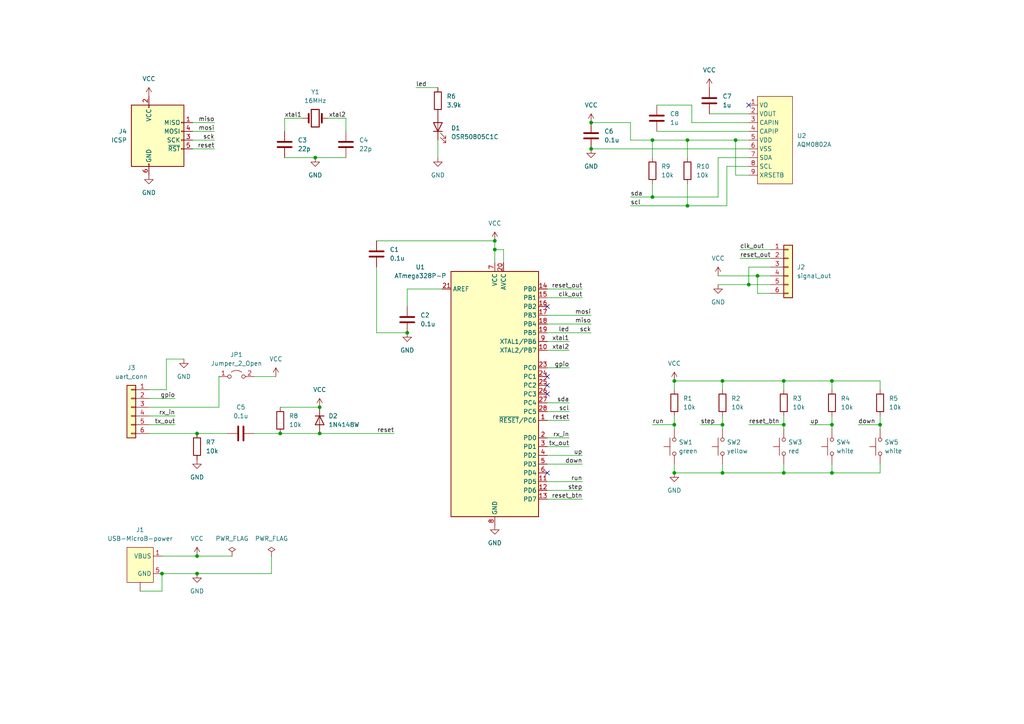
<source format=kicad_sch>
(kicad_sch (version 20211123) (generator eeschema)

  (uuid 93cb07c7-6cc4-4d8f-a96e-e7de33612c9c)

  (paper "A4")

  (lib_symbols
    (symbol "Connector:AVR-ISP-6" (pin_names (offset 1.016)) (in_bom yes) (on_board yes)
      (property "Reference" "J" (id 0) (at -6.35 11.43 0)
        (effects (font (size 1.27 1.27)) (justify left))
      )
      (property "Value" "AVR-ISP-6" (id 1) (at 0 11.43 0)
        (effects (font (size 1.27 1.27)) (justify left))
      )
      (property "Footprint" "" (id 2) (at -6.35 1.27 90)
        (effects (font (size 1.27 1.27)) hide)
      )
      (property "Datasheet" " ~" (id 3) (at -32.385 -13.97 0)
        (effects (font (size 1.27 1.27)) hide)
      )
      (property "ki_keywords" "AVR ISP Connector" (id 4) (at 0 0 0)
        (effects (font (size 1.27 1.27)) hide)
      )
      (property "ki_description" "Atmel 6-pin ISP connector" (id 5) (at 0 0 0)
        (effects (font (size 1.27 1.27)) hide)
      )
      (property "ki_fp_filters" "IDC?Header*2x03* Pin?Header*2x03*" (id 6) (at 0 0 0)
        (effects (font (size 1.27 1.27)) hide)
      )
      (symbol "AVR-ISP-6_0_1"
        (rectangle (start -2.667 -6.858) (end -2.413 -7.62)
          (stroke (width 0) (type default) (color 0 0 0 0))
          (fill (type none))
        )
        (rectangle (start -2.667 10.16) (end -2.413 9.398)
          (stroke (width 0) (type default) (color 0 0 0 0))
          (fill (type none))
        )
        (rectangle (start 7.62 -2.413) (end 6.858 -2.667)
          (stroke (width 0) (type default) (color 0 0 0 0))
          (fill (type none))
        )
        (rectangle (start 7.62 0.127) (end 6.858 -0.127)
          (stroke (width 0) (type default) (color 0 0 0 0))
          (fill (type none))
        )
        (rectangle (start 7.62 2.667) (end 6.858 2.413)
          (stroke (width 0) (type default) (color 0 0 0 0))
          (fill (type none))
        )
        (rectangle (start 7.62 5.207) (end 6.858 4.953)
          (stroke (width 0) (type default) (color 0 0 0 0))
          (fill (type none))
        )
        (rectangle (start 7.62 10.16) (end -7.62 -7.62)
          (stroke (width 0.254) (type default) (color 0 0 0 0))
          (fill (type background))
        )
      )
      (symbol "AVR-ISP-6_1_1"
        (pin passive line (at 10.16 5.08 180) (length 2.54)
          (name "MISO" (effects (font (size 1.27 1.27))))
          (number "1" (effects (font (size 1.27 1.27))))
        )
        (pin passive line (at -2.54 12.7 270) (length 2.54)
          (name "VCC" (effects (font (size 1.27 1.27))))
          (number "2" (effects (font (size 1.27 1.27))))
        )
        (pin passive line (at 10.16 0 180) (length 2.54)
          (name "SCK" (effects (font (size 1.27 1.27))))
          (number "3" (effects (font (size 1.27 1.27))))
        )
        (pin passive line (at 10.16 2.54 180) (length 2.54)
          (name "MOSI" (effects (font (size 1.27 1.27))))
          (number "4" (effects (font (size 1.27 1.27))))
        )
        (pin passive line (at 10.16 -2.54 180) (length 2.54)
          (name "~{RST}" (effects (font (size 1.27 1.27))))
          (number "5" (effects (font (size 1.27 1.27))))
        )
        (pin passive line (at -2.54 -10.16 90) (length 2.54)
          (name "GND" (effects (font (size 1.27 1.27))))
          (number "6" (effects (font (size 1.27 1.27))))
        )
      )
    )
    (symbol "Connector_Generic:Conn_01x06" (pin_names (offset 1.016) hide) (in_bom yes) (on_board yes)
      (property "Reference" "J" (id 0) (at 0 7.62 0)
        (effects (font (size 1.27 1.27)))
      )
      (property "Value" "Conn_01x06" (id 1) (at 0 -10.16 0)
        (effects (font (size 1.27 1.27)))
      )
      (property "Footprint" "" (id 2) (at 0 0 0)
        (effects (font (size 1.27 1.27)) hide)
      )
      (property "Datasheet" "~" (id 3) (at 0 0 0)
        (effects (font (size 1.27 1.27)) hide)
      )
      (property "ki_keywords" "connector" (id 4) (at 0 0 0)
        (effects (font (size 1.27 1.27)) hide)
      )
      (property "ki_description" "Generic connector, single row, 01x06, script generated (kicad-library-utils/schlib/autogen/connector/)" (id 5) (at 0 0 0)
        (effects (font (size 1.27 1.27)) hide)
      )
      (property "ki_fp_filters" "Connector*:*_1x??_*" (id 6) (at 0 0 0)
        (effects (font (size 1.27 1.27)) hide)
      )
      (symbol "Conn_01x06_1_1"
        (rectangle (start -1.27 -7.493) (end 0 -7.747)
          (stroke (width 0.1524) (type default) (color 0 0 0 0))
          (fill (type none))
        )
        (rectangle (start -1.27 -4.953) (end 0 -5.207)
          (stroke (width 0.1524) (type default) (color 0 0 0 0))
          (fill (type none))
        )
        (rectangle (start -1.27 -2.413) (end 0 -2.667)
          (stroke (width 0.1524) (type default) (color 0 0 0 0))
          (fill (type none))
        )
        (rectangle (start -1.27 0.127) (end 0 -0.127)
          (stroke (width 0.1524) (type default) (color 0 0 0 0))
          (fill (type none))
        )
        (rectangle (start -1.27 2.667) (end 0 2.413)
          (stroke (width 0.1524) (type default) (color 0 0 0 0))
          (fill (type none))
        )
        (rectangle (start -1.27 5.207) (end 0 4.953)
          (stroke (width 0.1524) (type default) (color 0 0 0 0))
          (fill (type none))
        )
        (rectangle (start -1.27 6.35) (end 1.27 -8.89)
          (stroke (width 0.254) (type default) (color 0 0 0 0))
          (fill (type background))
        )
        (pin passive line (at -5.08 5.08 0) (length 3.81)
          (name "Pin_1" (effects (font (size 1.27 1.27))))
          (number "1" (effects (font (size 1.27 1.27))))
        )
        (pin passive line (at -5.08 2.54 0) (length 3.81)
          (name "Pin_2" (effects (font (size 1.27 1.27))))
          (number "2" (effects (font (size 1.27 1.27))))
        )
        (pin passive line (at -5.08 0 0) (length 3.81)
          (name "Pin_3" (effects (font (size 1.27 1.27))))
          (number "3" (effects (font (size 1.27 1.27))))
        )
        (pin passive line (at -5.08 -2.54 0) (length 3.81)
          (name "Pin_4" (effects (font (size 1.27 1.27))))
          (number "4" (effects (font (size 1.27 1.27))))
        )
        (pin passive line (at -5.08 -5.08 0) (length 3.81)
          (name "Pin_5" (effects (font (size 1.27 1.27))))
          (number "5" (effects (font (size 1.27 1.27))))
        )
        (pin passive line (at -5.08 -7.62 0) (length 3.81)
          (name "Pin_6" (effects (font (size 1.27 1.27))))
          (number "6" (effects (font (size 1.27 1.27))))
        )
      )
    )
    (symbol "Device:C" (pin_numbers hide) (pin_names (offset 0.254)) (in_bom yes) (on_board yes)
      (property "Reference" "C" (id 0) (at 0.635 2.54 0)
        (effects (font (size 1.27 1.27)) (justify left))
      )
      (property "Value" "C" (id 1) (at 0.635 -2.54 0)
        (effects (font (size 1.27 1.27)) (justify left))
      )
      (property "Footprint" "" (id 2) (at 0.9652 -3.81 0)
        (effects (font (size 1.27 1.27)) hide)
      )
      (property "Datasheet" "~" (id 3) (at 0 0 0)
        (effects (font (size 1.27 1.27)) hide)
      )
      (property "ki_keywords" "cap capacitor" (id 4) (at 0 0 0)
        (effects (font (size 1.27 1.27)) hide)
      )
      (property "ki_description" "Unpolarized capacitor" (id 5) (at 0 0 0)
        (effects (font (size 1.27 1.27)) hide)
      )
      (property "ki_fp_filters" "C_*" (id 6) (at 0 0 0)
        (effects (font (size 1.27 1.27)) hide)
      )
      (symbol "C_0_1"
        (polyline
          (pts
            (xy -2.032 -0.762)
            (xy 2.032 -0.762)
          )
          (stroke (width 0.508) (type default) (color 0 0 0 0))
          (fill (type none))
        )
        (polyline
          (pts
            (xy -2.032 0.762)
            (xy 2.032 0.762)
          )
          (stroke (width 0.508) (type default) (color 0 0 0 0))
          (fill (type none))
        )
      )
      (symbol "C_1_1"
        (pin passive line (at 0 3.81 270) (length 2.794)
          (name "~" (effects (font (size 1.27 1.27))))
          (number "1" (effects (font (size 1.27 1.27))))
        )
        (pin passive line (at 0 -3.81 90) (length 2.794)
          (name "~" (effects (font (size 1.27 1.27))))
          (number "2" (effects (font (size 1.27 1.27))))
        )
      )
    )
    (symbol "Device:Crystal" (pin_numbers hide) (pin_names (offset 1.016) hide) (in_bom yes) (on_board yes)
      (property "Reference" "Y" (id 0) (at 0 3.81 0)
        (effects (font (size 1.27 1.27)))
      )
      (property "Value" "Crystal" (id 1) (at 0 -3.81 0)
        (effects (font (size 1.27 1.27)))
      )
      (property "Footprint" "" (id 2) (at 0 0 0)
        (effects (font (size 1.27 1.27)) hide)
      )
      (property "Datasheet" "~" (id 3) (at 0 0 0)
        (effects (font (size 1.27 1.27)) hide)
      )
      (property "ki_keywords" "quartz ceramic resonator oscillator" (id 4) (at 0 0 0)
        (effects (font (size 1.27 1.27)) hide)
      )
      (property "ki_description" "Two pin crystal" (id 5) (at 0 0 0)
        (effects (font (size 1.27 1.27)) hide)
      )
      (property "ki_fp_filters" "Crystal*" (id 6) (at 0 0 0)
        (effects (font (size 1.27 1.27)) hide)
      )
      (symbol "Crystal_0_1"
        (rectangle (start -1.143 2.54) (end 1.143 -2.54)
          (stroke (width 0.3048) (type default) (color 0 0 0 0))
          (fill (type none))
        )
        (polyline
          (pts
            (xy -2.54 0)
            (xy -1.905 0)
          )
          (stroke (width 0) (type default) (color 0 0 0 0))
          (fill (type none))
        )
        (polyline
          (pts
            (xy -1.905 -1.27)
            (xy -1.905 1.27)
          )
          (stroke (width 0.508) (type default) (color 0 0 0 0))
          (fill (type none))
        )
        (polyline
          (pts
            (xy 1.905 -1.27)
            (xy 1.905 1.27)
          )
          (stroke (width 0.508) (type default) (color 0 0 0 0))
          (fill (type none))
        )
        (polyline
          (pts
            (xy 2.54 0)
            (xy 1.905 0)
          )
          (stroke (width 0) (type default) (color 0 0 0 0))
          (fill (type none))
        )
      )
      (symbol "Crystal_1_1"
        (pin passive line (at -3.81 0 0) (length 1.27)
          (name "1" (effects (font (size 1.27 1.27))))
          (number "1" (effects (font (size 1.27 1.27))))
        )
        (pin passive line (at 3.81 0 180) (length 1.27)
          (name "2" (effects (font (size 1.27 1.27))))
          (number "2" (effects (font (size 1.27 1.27))))
        )
      )
    )
    (symbol "Device:D" (pin_numbers hide) (pin_names (offset 1.016) hide) (in_bom yes) (on_board yes)
      (property "Reference" "D" (id 0) (at 0 2.54 0)
        (effects (font (size 1.27 1.27)))
      )
      (property "Value" "D" (id 1) (at 0 -2.54 0)
        (effects (font (size 1.27 1.27)))
      )
      (property "Footprint" "" (id 2) (at 0 0 0)
        (effects (font (size 1.27 1.27)) hide)
      )
      (property "Datasheet" "~" (id 3) (at 0 0 0)
        (effects (font (size 1.27 1.27)) hide)
      )
      (property "ki_keywords" "diode" (id 4) (at 0 0 0)
        (effects (font (size 1.27 1.27)) hide)
      )
      (property "ki_description" "Diode" (id 5) (at 0 0 0)
        (effects (font (size 1.27 1.27)) hide)
      )
      (property "ki_fp_filters" "TO-???* *_Diode_* *SingleDiode* D_*" (id 6) (at 0 0 0)
        (effects (font (size 1.27 1.27)) hide)
      )
      (symbol "D_0_1"
        (polyline
          (pts
            (xy -1.27 1.27)
            (xy -1.27 -1.27)
          )
          (stroke (width 0.254) (type default) (color 0 0 0 0))
          (fill (type none))
        )
        (polyline
          (pts
            (xy 1.27 0)
            (xy -1.27 0)
          )
          (stroke (width 0) (type default) (color 0 0 0 0))
          (fill (type none))
        )
        (polyline
          (pts
            (xy 1.27 1.27)
            (xy 1.27 -1.27)
            (xy -1.27 0)
            (xy 1.27 1.27)
          )
          (stroke (width 0.254) (type default) (color 0 0 0 0))
          (fill (type none))
        )
      )
      (symbol "D_1_1"
        (pin passive line (at -3.81 0 0) (length 2.54)
          (name "K" (effects (font (size 1.27 1.27))))
          (number "1" (effects (font (size 1.27 1.27))))
        )
        (pin passive line (at 3.81 0 180) (length 2.54)
          (name "A" (effects (font (size 1.27 1.27))))
          (number "2" (effects (font (size 1.27 1.27))))
        )
      )
    )
    (symbol "Device:LED" (pin_numbers hide) (pin_names (offset 1.016) hide) (in_bom yes) (on_board yes)
      (property "Reference" "D" (id 0) (at 0 2.54 0)
        (effects (font (size 1.27 1.27)))
      )
      (property "Value" "LED" (id 1) (at 0 -2.54 0)
        (effects (font (size 1.27 1.27)))
      )
      (property "Footprint" "" (id 2) (at 0 0 0)
        (effects (font (size 1.27 1.27)) hide)
      )
      (property "Datasheet" "~" (id 3) (at 0 0 0)
        (effects (font (size 1.27 1.27)) hide)
      )
      (property "ki_keywords" "LED diode" (id 4) (at 0 0 0)
        (effects (font (size 1.27 1.27)) hide)
      )
      (property "ki_description" "Light emitting diode" (id 5) (at 0 0 0)
        (effects (font (size 1.27 1.27)) hide)
      )
      (property "ki_fp_filters" "LED* LED_SMD:* LED_THT:*" (id 6) (at 0 0 0)
        (effects (font (size 1.27 1.27)) hide)
      )
      (symbol "LED_0_1"
        (polyline
          (pts
            (xy -1.27 -1.27)
            (xy -1.27 1.27)
          )
          (stroke (width 0.254) (type default) (color 0 0 0 0))
          (fill (type none))
        )
        (polyline
          (pts
            (xy -1.27 0)
            (xy 1.27 0)
          )
          (stroke (width 0) (type default) (color 0 0 0 0))
          (fill (type none))
        )
        (polyline
          (pts
            (xy 1.27 -1.27)
            (xy 1.27 1.27)
            (xy -1.27 0)
            (xy 1.27 -1.27)
          )
          (stroke (width 0.254) (type default) (color 0 0 0 0))
          (fill (type none))
        )
        (polyline
          (pts
            (xy -3.048 -0.762)
            (xy -4.572 -2.286)
            (xy -3.81 -2.286)
            (xy -4.572 -2.286)
            (xy -4.572 -1.524)
          )
          (stroke (width 0) (type default) (color 0 0 0 0))
          (fill (type none))
        )
        (polyline
          (pts
            (xy -1.778 -0.762)
            (xy -3.302 -2.286)
            (xy -2.54 -2.286)
            (xy -3.302 -2.286)
            (xy -3.302 -1.524)
          )
          (stroke (width 0) (type default) (color 0 0 0 0))
          (fill (type none))
        )
      )
      (symbol "LED_1_1"
        (pin passive line (at -3.81 0 0) (length 2.54)
          (name "K" (effects (font (size 1.27 1.27))))
          (number "1" (effects (font (size 1.27 1.27))))
        )
        (pin passive line (at 3.81 0 180) (length 2.54)
          (name "A" (effects (font (size 1.27 1.27))))
          (number "2" (effects (font (size 1.27 1.27))))
        )
      )
    )
    (symbol "Device:R" (pin_numbers hide) (pin_names (offset 0)) (in_bom yes) (on_board yes)
      (property "Reference" "R" (id 0) (at 2.032 0 90)
        (effects (font (size 1.27 1.27)))
      )
      (property "Value" "R" (id 1) (at 0 0 90)
        (effects (font (size 1.27 1.27)))
      )
      (property "Footprint" "" (id 2) (at -1.778 0 90)
        (effects (font (size 1.27 1.27)) hide)
      )
      (property "Datasheet" "~" (id 3) (at 0 0 0)
        (effects (font (size 1.27 1.27)) hide)
      )
      (property "ki_keywords" "R res resistor" (id 4) (at 0 0 0)
        (effects (font (size 1.27 1.27)) hide)
      )
      (property "ki_description" "Resistor" (id 5) (at 0 0 0)
        (effects (font (size 1.27 1.27)) hide)
      )
      (property "ki_fp_filters" "R_*" (id 6) (at 0 0 0)
        (effects (font (size 1.27 1.27)) hide)
      )
      (symbol "R_0_1"
        (rectangle (start -1.016 -2.54) (end 1.016 2.54)
          (stroke (width 0.254) (type default) (color 0 0 0 0))
          (fill (type none))
        )
      )
      (symbol "R_1_1"
        (pin passive line (at 0 3.81 270) (length 1.27)
          (name "~" (effects (font (size 1.27 1.27))))
          (number "1" (effects (font (size 1.27 1.27))))
        )
        (pin passive line (at 0 -3.81 90) (length 1.27)
          (name "~" (effects (font (size 1.27 1.27))))
          (number "2" (effects (font (size 1.27 1.27))))
        )
      )
    )
    (symbol "Jumper:Jumper_2_Open" (pin_names (offset 0) hide) (in_bom yes) (on_board yes)
      (property "Reference" "JP" (id 0) (at 0 2.794 0)
        (effects (font (size 1.27 1.27)))
      )
      (property "Value" "Jumper_2_Open" (id 1) (at 0 -2.286 0)
        (effects (font (size 1.27 1.27)))
      )
      (property "Footprint" "" (id 2) (at 0 0 0)
        (effects (font (size 1.27 1.27)) hide)
      )
      (property "Datasheet" "~" (id 3) (at 0 0 0)
        (effects (font (size 1.27 1.27)) hide)
      )
      (property "ki_keywords" "Jumper SPST" (id 4) (at 0 0 0)
        (effects (font (size 1.27 1.27)) hide)
      )
      (property "ki_description" "Jumper, 2-pole, open" (id 5) (at 0 0 0)
        (effects (font (size 1.27 1.27)) hide)
      )
      (property "ki_fp_filters" "Jumper* TestPoint*2Pads* TestPoint*Bridge*" (id 6) (at 0 0 0)
        (effects (font (size 1.27 1.27)) hide)
      )
      (symbol "Jumper_2_Open_0_0"
        (circle (center -2.032 0) (radius 0.508)
          (stroke (width 0) (type default) (color 0 0 0 0))
          (fill (type none))
        )
        (circle (center 2.032 0) (radius 0.508)
          (stroke (width 0) (type default) (color 0 0 0 0))
          (fill (type none))
        )
      )
      (symbol "Jumper_2_Open_0_1"
        (arc (start 1.524 1.27) (mid 0 1.778) (end -1.524 1.27)
          (stroke (width 0) (type default) (color 0 0 0 0))
          (fill (type none))
        )
      )
      (symbol "Jumper_2_Open_1_1"
        (pin passive line (at -5.08 0 0) (length 2.54)
          (name "A" (effects (font (size 1.27 1.27))))
          (number "1" (effects (font (size 1.27 1.27))))
        )
        (pin passive line (at 5.08 0 180) (length 2.54)
          (name "B" (effects (font (size 1.27 1.27))))
          (number "2" (effects (font (size 1.27 1.27))))
        )
      )
    )
    (symbol "MCU_Microchip_ATmega:ATmega328P-P" (in_bom yes) (on_board yes)
      (property "Reference" "U" (id 0) (at -12.7 36.83 0)
        (effects (font (size 1.27 1.27)) (justify left bottom))
      )
      (property "Value" "ATmega328P-P" (id 1) (at 2.54 -36.83 0)
        (effects (font (size 1.27 1.27)) (justify left top))
      )
      (property "Footprint" "Package_DIP:DIP-28_W7.62mm" (id 2) (at 0 0 0)
        (effects (font (size 1.27 1.27) italic) hide)
      )
      (property "Datasheet" "http://ww1.microchip.com/downloads/en/DeviceDoc/ATmega328_P%20AVR%20MCU%20with%20picoPower%20Technology%20Data%20Sheet%2040001984A.pdf" (id 3) (at 0 0 0)
        (effects (font (size 1.27 1.27)) hide)
      )
      (property "ki_keywords" "AVR 8bit Microcontroller MegaAVR PicoPower" (id 4) (at 0 0 0)
        (effects (font (size 1.27 1.27)) hide)
      )
      (property "ki_description" "20MHz, 32kB Flash, 2kB SRAM, 1kB EEPROM, DIP-28" (id 5) (at 0 0 0)
        (effects (font (size 1.27 1.27)) hide)
      )
      (property "ki_fp_filters" "DIP*W7.62mm*" (id 6) (at 0 0 0)
        (effects (font (size 1.27 1.27)) hide)
      )
      (symbol "ATmega328P-P_0_1"
        (rectangle (start -12.7 -35.56) (end 12.7 35.56)
          (stroke (width 0.254) (type default) (color 0 0 0 0))
          (fill (type background))
        )
      )
      (symbol "ATmega328P-P_1_1"
        (pin bidirectional line (at 15.24 -7.62 180) (length 2.54)
          (name "~{RESET}/PC6" (effects (font (size 1.27 1.27))))
          (number "1" (effects (font (size 1.27 1.27))))
        )
        (pin bidirectional line (at 15.24 12.7 180) (length 2.54)
          (name "XTAL2/PB7" (effects (font (size 1.27 1.27))))
          (number "10" (effects (font (size 1.27 1.27))))
        )
        (pin bidirectional line (at 15.24 -25.4 180) (length 2.54)
          (name "PD5" (effects (font (size 1.27 1.27))))
          (number "11" (effects (font (size 1.27 1.27))))
        )
        (pin bidirectional line (at 15.24 -27.94 180) (length 2.54)
          (name "PD6" (effects (font (size 1.27 1.27))))
          (number "12" (effects (font (size 1.27 1.27))))
        )
        (pin bidirectional line (at 15.24 -30.48 180) (length 2.54)
          (name "PD7" (effects (font (size 1.27 1.27))))
          (number "13" (effects (font (size 1.27 1.27))))
        )
        (pin bidirectional line (at 15.24 30.48 180) (length 2.54)
          (name "PB0" (effects (font (size 1.27 1.27))))
          (number "14" (effects (font (size 1.27 1.27))))
        )
        (pin bidirectional line (at 15.24 27.94 180) (length 2.54)
          (name "PB1" (effects (font (size 1.27 1.27))))
          (number "15" (effects (font (size 1.27 1.27))))
        )
        (pin bidirectional line (at 15.24 25.4 180) (length 2.54)
          (name "PB2" (effects (font (size 1.27 1.27))))
          (number "16" (effects (font (size 1.27 1.27))))
        )
        (pin bidirectional line (at 15.24 22.86 180) (length 2.54)
          (name "PB3" (effects (font (size 1.27 1.27))))
          (number "17" (effects (font (size 1.27 1.27))))
        )
        (pin bidirectional line (at 15.24 20.32 180) (length 2.54)
          (name "PB4" (effects (font (size 1.27 1.27))))
          (number "18" (effects (font (size 1.27 1.27))))
        )
        (pin bidirectional line (at 15.24 17.78 180) (length 2.54)
          (name "PB5" (effects (font (size 1.27 1.27))))
          (number "19" (effects (font (size 1.27 1.27))))
        )
        (pin bidirectional line (at 15.24 -12.7 180) (length 2.54)
          (name "PD0" (effects (font (size 1.27 1.27))))
          (number "2" (effects (font (size 1.27 1.27))))
        )
        (pin power_in line (at 2.54 38.1 270) (length 2.54)
          (name "AVCC" (effects (font (size 1.27 1.27))))
          (number "20" (effects (font (size 1.27 1.27))))
        )
        (pin passive line (at -15.24 30.48 0) (length 2.54)
          (name "AREF" (effects (font (size 1.27 1.27))))
          (number "21" (effects (font (size 1.27 1.27))))
        )
        (pin passive line (at 0 -38.1 90) (length 2.54) hide
          (name "GND" (effects (font (size 1.27 1.27))))
          (number "22" (effects (font (size 1.27 1.27))))
        )
        (pin bidirectional line (at 15.24 7.62 180) (length 2.54)
          (name "PC0" (effects (font (size 1.27 1.27))))
          (number "23" (effects (font (size 1.27 1.27))))
        )
        (pin bidirectional line (at 15.24 5.08 180) (length 2.54)
          (name "PC1" (effects (font (size 1.27 1.27))))
          (number "24" (effects (font (size 1.27 1.27))))
        )
        (pin bidirectional line (at 15.24 2.54 180) (length 2.54)
          (name "PC2" (effects (font (size 1.27 1.27))))
          (number "25" (effects (font (size 1.27 1.27))))
        )
        (pin bidirectional line (at 15.24 0 180) (length 2.54)
          (name "PC3" (effects (font (size 1.27 1.27))))
          (number "26" (effects (font (size 1.27 1.27))))
        )
        (pin bidirectional line (at 15.24 -2.54 180) (length 2.54)
          (name "PC4" (effects (font (size 1.27 1.27))))
          (number "27" (effects (font (size 1.27 1.27))))
        )
        (pin bidirectional line (at 15.24 -5.08 180) (length 2.54)
          (name "PC5" (effects (font (size 1.27 1.27))))
          (number "28" (effects (font (size 1.27 1.27))))
        )
        (pin bidirectional line (at 15.24 -15.24 180) (length 2.54)
          (name "PD1" (effects (font (size 1.27 1.27))))
          (number "3" (effects (font (size 1.27 1.27))))
        )
        (pin bidirectional line (at 15.24 -17.78 180) (length 2.54)
          (name "PD2" (effects (font (size 1.27 1.27))))
          (number "4" (effects (font (size 1.27 1.27))))
        )
        (pin bidirectional line (at 15.24 -20.32 180) (length 2.54)
          (name "PD3" (effects (font (size 1.27 1.27))))
          (number "5" (effects (font (size 1.27 1.27))))
        )
        (pin bidirectional line (at 15.24 -22.86 180) (length 2.54)
          (name "PD4" (effects (font (size 1.27 1.27))))
          (number "6" (effects (font (size 1.27 1.27))))
        )
        (pin power_in line (at 0 38.1 270) (length 2.54)
          (name "VCC" (effects (font (size 1.27 1.27))))
          (number "7" (effects (font (size 1.27 1.27))))
        )
        (pin power_in line (at 0 -38.1 90) (length 2.54)
          (name "GND" (effects (font (size 1.27 1.27))))
          (number "8" (effects (font (size 1.27 1.27))))
        )
        (pin bidirectional line (at 15.24 15.24 180) (length 2.54)
          (name "XTAL1/PB6" (effects (font (size 1.27 1.27))))
          (number "9" (effects (font (size 1.27 1.27))))
        )
      )
    )
    (symbol "PrjLibrary:AQM0802A" (in_bom yes) (on_board yes)
      (property "Reference" "U" (id 0) (at 0 13.97 0)
        (effects (font (size 1.27 1.27)))
      )
      (property "Value" "AQM0802A" (id 1) (at 0 -13.97 0)
        (effects (font (size 1.27 1.27)))
      )
      (property "Footprint" "" (id 2) (at 0 0 0)
        (effects (font (size 1.27 1.27)) hide)
      )
      (property "Datasheet" "" (id 3) (at 0 0 0)
        (effects (font (size 1.27 1.27)) hide)
      )
      (symbol "AQM0802A_0_1"
        (rectangle (start -5.08 12.7) (end 5.08 -12.7)
          (stroke (width 0) (type default) (color 0 0 0 0))
          (fill (type background))
        )
      )
      (symbol "AQM0802A_1_1"
        (pin passive line (at -7.62 10.16 0) (length 2.54)
          (name "VO" (effects (font (size 1.27 1.27))))
          (number "1" (effects (font (size 1.27 1.27))))
        )
        (pin passive line (at -7.62 7.62 0) (length 2.54)
          (name "VOUT" (effects (font (size 1.27 1.27))))
          (number "2" (effects (font (size 1.27 1.27))))
        )
        (pin passive line (at -7.62 5.08 0) (length 2.54)
          (name "CAPIN" (effects (font (size 1.27 1.27))))
          (number "3" (effects (font (size 1.27 1.27))))
        )
        (pin passive line (at -7.62 2.54 0) (length 2.54)
          (name "CAPIP" (effects (font (size 1.27 1.27))))
          (number "4" (effects (font (size 1.27 1.27))))
        )
        (pin power_in line (at -7.62 0 0) (length 2.54)
          (name "VDD" (effects (font (size 1.27 1.27))))
          (number "5" (effects (font (size 1.27 1.27))))
        )
        (pin power_in line (at -7.62 -2.54 0) (length 2.54)
          (name "VSS" (effects (font (size 1.27 1.27))))
          (number "6" (effects (font (size 1.27 1.27))))
        )
        (pin input line (at -7.62 -5.08 0) (length 2.54)
          (name "SDA" (effects (font (size 1.27 1.27))))
          (number "7" (effects (font (size 1.27 1.27))))
        )
        (pin input line (at -7.62 -7.62 0) (length 2.54)
          (name "SCL" (effects (font (size 1.27 1.27))))
          (number "8" (effects (font (size 1.27 1.27))))
        )
        (pin input line (at -7.62 -10.16 0) (length 2.54)
          (name "XRSETB" (effects (font (size 1.27 1.27))))
          (number "9" (effects (font (size 1.27 1.27))))
        )
      )
    )
    (symbol "PrjLibrary:USB-MicroB-power" (in_bom yes) (on_board yes)
      (property "Reference" "J" (id 0) (at 0 8.89 0)
        (effects (font (size 1.27 1.27)))
      )
      (property "Value" "USB-MicroB-power" (id 1) (at 0 6.35 0)
        (effects (font (size 1.27 1.27)))
      )
      (property "Footprint" "" (id 2) (at 0 0 0)
        (effects (font (size 1.27 1.27)) hide)
      )
      (property "Datasheet" "" (id 3) (at 0 0 0)
        (effects (font (size 1.27 1.27)) hide)
      )
      (symbol "USB-MicroB-power_0_1"
        (rectangle (start -3.81 5.08) (end 3.81 -5.08)
          (stroke (width 0) (type default) (color 0 0 0 0))
          (fill (type background))
        )
      )
      (symbol "USB-MicroB-power_1_1"
        (pin passive line (at 6.35 2.54 180) (length 2.54)
          (name "VBUS" (effects (font (size 1.27 1.27))))
          (number "1" (effects (font (size 1.27 1.27))))
        )
        (pin passive line (at 6.35 -2.54 180) (length 2.54)
          (name "GND" (effects (font (size 1.27 1.27))))
          (number "5" (effects (font (size 1.27 1.27))))
        )
        (pin passive line (at 0 -7.62 90) (length 2.54)
          (name "SHIELD" (effects (font (size 0 0))))
          (number "6" (effects (font (size 0 0))))
        )
      )
    )
    (symbol "Switch:SW_Push" (pin_numbers hide) (pin_names (offset 1.016) hide) (in_bom yes) (on_board yes)
      (property "Reference" "SW" (id 0) (at 1.27 2.54 0)
        (effects (font (size 1.27 1.27)) (justify left))
      )
      (property "Value" "SW_Push" (id 1) (at 0 -1.524 0)
        (effects (font (size 1.27 1.27)))
      )
      (property "Footprint" "" (id 2) (at 0 5.08 0)
        (effects (font (size 1.27 1.27)) hide)
      )
      (property "Datasheet" "~" (id 3) (at 0 5.08 0)
        (effects (font (size 1.27 1.27)) hide)
      )
      (property "ki_keywords" "switch normally-open pushbutton push-button" (id 4) (at 0 0 0)
        (effects (font (size 1.27 1.27)) hide)
      )
      (property "ki_description" "Push button switch, generic, two pins" (id 5) (at 0 0 0)
        (effects (font (size 1.27 1.27)) hide)
      )
      (symbol "SW_Push_0_1"
        (circle (center -2.032 0) (radius 0.508)
          (stroke (width 0) (type default) (color 0 0 0 0))
          (fill (type none))
        )
        (polyline
          (pts
            (xy 0 1.27)
            (xy 0 3.048)
          )
          (stroke (width 0) (type default) (color 0 0 0 0))
          (fill (type none))
        )
        (polyline
          (pts
            (xy 2.54 1.27)
            (xy -2.54 1.27)
          )
          (stroke (width 0) (type default) (color 0 0 0 0))
          (fill (type none))
        )
        (circle (center 2.032 0) (radius 0.508)
          (stroke (width 0) (type default) (color 0 0 0 0))
          (fill (type none))
        )
        (pin passive line (at -5.08 0 0) (length 2.54)
          (name "1" (effects (font (size 1.27 1.27))))
          (number "1" (effects (font (size 1.27 1.27))))
        )
        (pin passive line (at 5.08 0 180) (length 2.54)
          (name "2" (effects (font (size 1.27 1.27))))
          (number "2" (effects (font (size 1.27 1.27))))
        )
      )
    )
    (symbol "power:GND" (power) (pin_names (offset 0)) (in_bom yes) (on_board yes)
      (property "Reference" "#PWR" (id 0) (at 0 -6.35 0)
        (effects (font (size 1.27 1.27)) hide)
      )
      (property "Value" "GND" (id 1) (at 0 -3.81 0)
        (effects (font (size 1.27 1.27)))
      )
      (property "Footprint" "" (id 2) (at 0 0 0)
        (effects (font (size 1.27 1.27)) hide)
      )
      (property "Datasheet" "" (id 3) (at 0 0 0)
        (effects (font (size 1.27 1.27)) hide)
      )
      (property "ki_keywords" "power-flag" (id 4) (at 0 0 0)
        (effects (font (size 1.27 1.27)) hide)
      )
      (property "ki_description" "Power symbol creates a global label with name \"GND\" , ground" (id 5) (at 0 0 0)
        (effects (font (size 1.27 1.27)) hide)
      )
      (symbol "GND_0_1"
        (polyline
          (pts
            (xy 0 0)
            (xy 0 -1.27)
            (xy 1.27 -1.27)
            (xy 0 -2.54)
            (xy -1.27 -1.27)
            (xy 0 -1.27)
          )
          (stroke (width 0) (type default) (color 0 0 0 0))
          (fill (type none))
        )
      )
      (symbol "GND_1_1"
        (pin power_in line (at 0 0 270) (length 0) hide
          (name "GND" (effects (font (size 1.27 1.27))))
          (number "1" (effects (font (size 1.27 1.27))))
        )
      )
    )
    (symbol "power:PWR_FLAG" (power) (pin_numbers hide) (pin_names (offset 0) hide) (in_bom yes) (on_board yes)
      (property "Reference" "#FLG" (id 0) (at 0 1.905 0)
        (effects (font (size 1.27 1.27)) hide)
      )
      (property "Value" "PWR_FLAG" (id 1) (at 0 3.81 0)
        (effects (font (size 1.27 1.27)))
      )
      (property "Footprint" "" (id 2) (at 0 0 0)
        (effects (font (size 1.27 1.27)) hide)
      )
      (property "Datasheet" "~" (id 3) (at 0 0 0)
        (effects (font (size 1.27 1.27)) hide)
      )
      (property "ki_keywords" "power-flag" (id 4) (at 0 0 0)
        (effects (font (size 1.27 1.27)) hide)
      )
      (property "ki_description" "Special symbol for telling ERC where power comes from" (id 5) (at 0 0 0)
        (effects (font (size 1.27 1.27)) hide)
      )
      (symbol "PWR_FLAG_0_0"
        (pin power_out line (at 0 0 90) (length 0)
          (name "pwr" (effects (font (size 1.27 1.27))))
          (number "1" (effects (font (size 1.27 1.27))))
        )
      )
      (symbol "PWR_FLAG_0_1"
        (polyline
          (pts
            (xy 0 0)
            (xy 0 1.27)
            (xy -1.016 1.905)
            (xy 0 2.54)
            (xy 1.016 1.905)
            (xy 0 1.27)
          )
          (stroke (width 0) (type default) (color 0 0 0 0))
          (fill (type none))
        )
      )
    )
    (symbol "power:VCC" (power) (pin_names (offset 0)) (in_bom yes) (on_board yes)
      (property "Reference" "#PWR" (id 0) (at 0 -3.81 0)
        (effects (font (size 1.27 1.27)) hide)
      )
      (property "Value" "VCC" (id 1) (at 0 3.81 0)
        (effects (font (size 1.27 1.27)))
      )
      (property "Footprint" "" (id 2) (at 0 0 0)
        (effects (font (size 1.27 1.27)) hide)
      )
      (property "Datasheet" "" (id 3) (at 0 0 0)
        (effects (font (size 1.27 1.27)) hide)
      )
      (property "ki_keywords" "power-flag" (id 4) (at 0 0 0)
        (effects (font (size 1.27 1.27)) hide)
      )
      (property "ki_description" "Power symbol creates a global label with name \"VCC\"" (id 5) (at 0 0 0)
        (effects (font (size 1.27 1.27)) hide)
      )
      (symbol "VCC_0_1"
        (polyline
          (pts
            (xy -0.762 1.27)
            (xy 0 2.54)
          )
          (stroke (width 0) (type default) (color 0 0 0 0))
          (fill (type none))
        )
        (polyline
          (pts
            (xy 0 0)
            (xy 0 2.54)
          )
          (stroke (width 0) (type default) (color 0 0 0 0))
          (fill (type none))
        )
        (polyline
          (pts
            (xy 0 2.54)
            (xy 0.762 1.27)
          )
          (stroke (width 0) (type default) (color 0 0 0 0))
          (fill (type none))
        )
      )
      (symbol "VCC_1_1"
        (pin power_in line (at 0 0 90) (length 0) hide
          (name "VCC" (effects (font (size 1.27 1.27))))
          (number "1" (effects (font (size 1.27 1.27))))
        )
      )
    )
  )

  (junction (at 195.58 110.49) (diameter 0) (color 0 0 0 0)
    (uuid 04cf23b6-71d7-40f3-bdc6-20b454526195)
  )
  (junction (at 92.71 118.11) (diameter 0) (color 0 0 0 0)
    (uuid 1129f5c0-e6d8-4e45-a13b-9748c2442eb3)
  )
  (junction (at 92.71 125.73) (diameter 0) (color 0 0 0 0)
    (uuid 15baf779-fea5-493f-baf1-1669b3af2f3f)
  )
  (junction (at 189.23 40.64) (diameter 0) (color 0 0 0 0)
    (uuid 24bfc9a1-e48e-411e-a746-4fa160add55b)
  )
  (junction (at 143.51 72.39) (diameter 0) (color 0 0 0 0)
    (uuid 280f607a-b9bc-4643-8ae8-e85d01312cad)
  )
  (junction (at 227.33 110.49) (diameter 0) (color 0 0 0 0)
    (uuid 28e57e15-fa6d-4dbd-a618-cd3a55e39b27)
  )
  (junction (at 118.11 96.52) (diameter 0) (color 0 0 0 0)
    (uuid 2e8fa53a-e0e0-4fb3-a260-4fcd4f04793d)
  )
  (junction (at 57.15 125.73) (diameter 0) (color 0 0 0 0)
    (uuid 370d8bff-1682-4a02-b70a-b4963ab10419)
  )
  (junction (at 219.71 80.01) (diameter 0) (color 0 0 0 0)
    (uuid 522829a8-59a8-492c-97a8-6b89ccab9a40)
  )
  (junction (at 195.58 137.16) (diameter 0) (color 0 0 0 0)
    (uuid 5429d9e0-ebd3-4bae-a819-2703ce8803b3)
  )
  (junction (at 227.33 123.19) (diameter 0) (color 0 0 0 0)
    (uuid 54cc4460-f1dd-453d-b4f8-8c3494446929)
  )
  (junction (at 171.45 43.18) (diameter 0) (color 0 0 0 0)
    (uuid 5ac87e88-8329-49d1-b5a9-9e845f86233d)
  )
  (junction (at 143.51 69.85) (diameter 0) (color 0 0 0 0)
    (uuid 5f29d4ee-0d40-40aa-8325-282b86f4e4d6)
  )
  (junction (at 209.55 137.16) (diameter 0) (color 0 0 0 0)
    (uuid 73b2d097-7d69-4ee8-b495-21bd8864755e)
  )
  (junction (at 241.3 123.19) (diameter 0) (color 0 0 0 0)
    (uuid 876db47c-f6d4-4ffa-8306-2ba08ff06ba8)
  )
  (junction (at 217.17 82.55) (diameter 0) (color 0 0 0 0)
    (uuid 8a5d5b6f-aa2d-43e6-a52c-5e310f1c62f2)
  )
  (junction (at 199.39 40.64) (diameter 0) (color 0 0 0 0)
    (uuid 9e5f16cf-6353-4b40-8fc1-7e40c52cd0c9)
  )
  (junction (at 227.33 137.16) (diameter 0) (color 0 0 0 0)
    (uuid a5fd95d3-a136-4a01-881a-285e26a6da57)
  )
  (junction (at 189.23 57.15) (diameter 0) (color 0 0 0 0)
    (uuid b2ce4194-169c-4e2b-be8f-b4a2e9c49d94)
  )
  (junction (at 255.27 123.19) (diameter 0) (color 0 0 0 0)
    (uuid b5e32dc3-7953-483a-9965-56770199a7b4)
  )
  (junction (at 213.36 40.64) (diameter 0) (color 0 0 0 0)
    (uuid bb107d4a-25c3-4e88-8a83-6c9dea23a858)
  )
  (junction (at 171.45 35.56) (diameter 0) (color 0 0 0 0)
    (uuid bde71b49-49df-476c-bed3-22155f1cdb25)
  )
  (junction (at 199.39 59.69) (diameter 0) (color 0 0 0 0)
    (uuid c26e5955-17c4-4a31-b236-5a41632934d3)
  )
  (junction (at 195.58 123.19) (diameter 0) (color 0 0 0 0)
    (uuid cda62014-00f1-40d1-9560-3e0188670457)
  )
  (junction (at 57.15 161.29) (diameter 0) (color 0 0 0 0)
    (uuid cea9ef55-2c93-467e-a04c-760f5cc24c5f)
  )
  (junction (at 46.99 166.37) (diameter 0) (color 0 0 0 0)
    (uuid d648686f-d2c4-4811-b515-5f8803d0a2d1)
  )
  (junction (at 209.55 110.49) (diameter 0) (color 0 0 0 0)
    (uuid dadd75b3-60c6-4e62-9a0f-f693eed9caba)
  )
  (junction (at 241.3 110.49) (diameter 0) (color 0 0 0 0)
    (uuid e7c39292-1d4e-4188-ac21-b06d2bd3e3f8)
  )
  (junction (at 81.28 125.73) (diameter 0) (color 0 0 0 0)
    (uuid ea393a7e-6d21-4737-bfac-b9d1249cfc43)
  )
  (junction (at 241.3 137.16) (diameter 0) (color 0 0 0 0)
    (uuid eac3195d-7f32-443a-a354-03170085f412)
  )
  (junction (at 209.55 123.19) (diameter 0) (color 0 0 0 0)
    (uuid f17ef364-0929-4bf3-adac-96a1fe7b7fe8)
  )
  (junction (at 91.44 45.72) (diameter 0) (color 0 0 0 0)
    (uuid f423a059-98d2-49bf-9537-7ed3518e87af)
  )
  (junction (at 57.15 166.37) (diameter 0) (color 0 0 0 0)
    (uuid f935abac-d609-49db-bd22-57696319fe9f)
  )

  (no_connect (at 158.75 137.16) (uuid 8b67b201-acf5-4af3-94d6-f490446bdae0))
  (no_connect (at 158.75 88.9) (uuid 8b67b201-acf5-4af3-94d6-f490446bdae4))
  (no_connect (at 217.17 30.48) (uuid ba6e25ea-905f-4a43-85b5-f1e53c7468f6))
  (no_connect (at 158.75 109.22) (uuid f6b699e5-6513-485b-812f-af50c6057802))
  (no_connect (at 158.75 111.76) (uuid f6b699e5-6513-485b-812f-af50c6057803))
  (no_connect (at 158.75 114.3) (uuid f6b699e5-6513-485b-812f-af50c6057804))

  (wire (pts (xy 158.75 96.52) (xy 171.45 96.52))
    (stroke (width 0) (type default) (color 0 0 0 0))
    (uuid 01a3218f-5376-4259-a2b3-4a3c970e1387)
  )
  (wire (pts (xy 217.17 50.8) (xy 213.36 50.8))
    (stroke (width 0) (type default) (color 0 0 0 0))
    (uuid 034eb330-bf09-495d-9d40-2cf761da9965)
  )
  (wire (pts (xy 143.51 69.85) (xy 143.51 72.39))
    (stroke (width 0) (type default) (color 0 0 0 0))
    (uuid 067b9f3a-7ffa-4c3b-b2ba-dc1ce17d483c)
  )
  (wire (pts (xy 46.99 171.45) (xy 40.64 171.45))
    (stroke (width 0) (type default) (color 0 0 0 0))
    (uuid 0851747f-c938-492c-92cf-a1bee970415e)
  )
  (wire (pts (xy 91.44 45.72) (xy 100.33 45.72))
    (stroke (width 0) (type default) (color 0 0 0 0))
    (uuid 0b328b3b-bcc7-48ad-a0a1-a2970ebc052b)
  )
  (wire (pts (xy 195.58 110.49) (xy 209.55 110.49))
    (stroke (width 0) (type default) (color 0 0 0 0))
    (uuid 0d0a089f-6e54-4dd1-bf11-483ce0556f6e)
  )
  (wire (pts (xy 158.75 91.44) (xy 171.45 91.44))
    (stroke (width 0) (type default) (color 0 0 0 0))
    (uuid 0daf1f0c-436f-4add-834d-b057a711e3c6)
  )
  (wire (pts (xy 95.25 34.29) (xy 100.33 34.29))
    (stroke (width 0) (type default) (color 0 0 0 0))
    (uuid 0f64a019-e0fb-4cbe-bbee-459b093c5c66)
  )
  (wire (pts (xy 234.95 123.19) (xy 241.3 123.19))
    (stroke (width 0) (type default) (color 0 0 0 0))
    (uuid 1159ad70-3401-4dd8-b1bf-bf5899c214dc)
  )
  (wire (pts (xy 195.58 123.19) (xy 195.58 124.46))
    (stroke (width 0) (type default) (color 0 0 0 0))
    (uuid 1266953b-b076-43c5-87e6-740513554105)
  )
  (wire (pts (xy 200.66 35.56) (xy 217.17 35.56))
    (stroke (width 0) (type default) (color 0 0 0 0))
    (uuid 129c38c9-dd77-4612-acd6-80d130a3d089)
  )
  (wire (pts (xy 227.33 110.49) (xy 227.33 113.03))
    (stroke (width 0) (type default) (color 0 0 0 0))
    (uuid 1346846e-c2bb-479c-949a-37a0b46a75b3)
  )
  (wire (pts (xy 217.17 82.55) (xy 223.52 82.55))
    (stroke (width 0) (type default) (color 0 0 0 0))
    (uuid 1535cc9b-674f-48a8-a7e0-95c08efe83ad)
  )
  (wire (pts (xy 248.92 123.19) (xy 255.27 123.19))
    (stroke (width 0) (type default) (color 0 0 0 0))
    (uuid 15b03975-7d17-4181-810f-98900cf1e7a6)
  )
  (wire (pts (xy 158.75 142.24) (xy 168.91 142.24))
    (stroke (width 0) (type default) (color 0 0 0 0))
    (uuid 17647b6a-2bf9-47ca-a8e0-35866fc13be0)
  )
  (wire (pts (xy 46.99 166.37) (xy 46.99 171.45))
    (stroke (width 0) (type default) (color 0 0 0 0))
    (uuid 17e33f52-a1f0-4ffd-bc97-6ffdb91d5d60)
  )
  (wire (pts (xy 217.17 123.19) (xy 227.33 123.19))
    (stroke (width 0) (type default) (color 0 0 0 0))
    (uuid 18342d58-ba35-4de0-b187-10d3d80cdc99)
  )
  (wire (pts (xy 73.66 125.73) (xy 81.28 125.73))
    (stroke (width 0) (type default) (color 0 0 0 0))
    (uuid 188f4829-09d3-4fc2-aa0a-9410a2ee0b2b)
  )
  (wire (pts (xy 158.75 144.78) (xy 168.91 144.78))
    (stroke (width 0) (type default) (color 0 0 0 0))
    (uuid 19fede7d-c84b-45a5-a27d-144c198202d9)
  )
  (wire (pts (xy 209.55 137.16) (xy 227.33 137.16))
    (stroke (width 0) (type default) (color 0 0 0 0))
    (uuid 1aa1e859-991c-4c20-ae41-be7a5ac2e8c1)
  )
  (wire (pts (xy 214.63 72.39) (xy 223.52 72.39))
    (stroke (width 0) (type default) (color 0 0 0 0))
    (uuid 2050d3e7-5a0d-46e9-8fed-4dd06834b0ed)
  )
  (wire (pts (xy 241.3 110.49) (xy 255.27 110.49))
    (stroke (width 0) (type default) (color 0 0 0 0))
    (uuid 24896e4c-fe38-4dad-813e-2721b5998d55)
  )
  (wire (pts (xy 55.88 40.64) (xy 62.23 40.64))
    (stroke (width 0) (type default) (color 0 0 0 0))
    (uuid 24fad085-7a09-4130-bd4f-4b366fe1c6f8)
  )
  (wire (pts (xy 82.55 34.29) (xy 82.55 38.1))
    (stroke (width 0) (type default) (color 0 0 0 0))
    (uuid 25c28839-794d-4864-b865-b8f1d320f488)
  )
  (wire (pts (xy 214.63 74.93) (xy 223.52 74.93))
    (stroke (width 0) (type default) (color 0 0 0 0))
    (uuid 27cbd317-3df9-4d45-84bb-40f111ed197b)
  )
  (wire (pts (xy 255.27 120.65) (xy 255.27 123.19))
    (stroke (width 0) (type default) (color 0 0 0 0))
    (uuid 27ecaefd-f15f-4b19-905e-9da5e532bbb2)
  )
  (wire (pts (xy 81.28 118.11) (xy 92.71 118.11))
    (stroke (width 0) (type default) (color 0 0 0 0))
    (uuid 33361f84-acf5-4251-beaa-c713c464515b)
  )
  (wire (pts (xy 195.58 110.49) (xy 195.58 113.03))
    (stroke (width 0) (type default) (color 0 0 0 0))
    (uuid 354605ff-e733-4e42-8cda-0e79b9df01c8)
  )
  (wire (pts (xy 227.33 137.16) (xy 227.33 134.62))
    (stroke (width 0) (type default) (color 0 0 0 0))
    (uuid 3a1a2523-27d9-4195-ac22-e342fb8f40cf)
  )
  (wire (pts (xy 158.75 121.92) (xy 165.1 121.92))
    (stroke (width 0) (type default) (color 0 0 0 0))
    (uuid 3aa16d0c-c5c6-422c-9f63-bceccacb5cac)
  )
  (wire (pts (xy 182.88 35.56) (xy 171.45 35.56))
    (stroke (width 0) (type default) (color 0 0 0 0))
    (uuid 3cac1aab-dcc0-41de-8574-72ab2571cf52)
  )
  (wire (pts (xy 158.75 134.62) (xy 168.91 134.62))
    (stroke (width 0) (type default) (color 0 0 0 0))
    (uuid 42942548-9b8c-4367-83fa-d7118d07dff5)
  )
  (wire (pts (xy 158.75 83.82) (xy 168.91 83.82))
    (stroke (width 0) (type default) (color 0 0 0 0))
    (uuid 43d87709-5a30-4180-96d5-6f8b8ffdfd1d)
  )
  (wire (pts (xy 241.3 110.49) (xy 241.3 113.03))
    (stroke (width 0) (type default) (color 0 0 0 0))
    (uuid 43f4f212-fc3f-4d56-a770-b7789c6b064f)
  )
  (wire (pts (xy 100.33 34.29) (xy 100.33 38.1))
    (stroke (width 0) (type default) (color 0 0 0 0))
    (uuid 44a116f8-3185-40e2-bcc4-baa561e1d191)
  )
  (wire (pts (xy 158.75 119.38) (xy 165.1 119.38))
    (stroke (width 0) (type default) (color 0 0 0 0))
    (uuid 46383d8e-e928-4e94-bd24-86327b7b6fd0)
  )
  (wire (pts (xy 158.75 106.68) (xy 165.1 106.68))
    (stroke (width 0) (type default) (color 0 0 0 0))
    (uuid 4641e4e6-a6d6-4a5e-b8ac-5fe582d3d90d)
  )
  (wire (pts (xy 109.22 96.52) (xy 118.11 96.52))
    (stroke (width 0) (type default) (color 0 0 0 0))
    (uuid 49d4c3b7-c689-40be-8df3-311d10585e9d)
  )
  (wire (pts (xy 158.75 99.06) (xy 165.1 99.06))
    (stroke (width 0) (type default) (color 0 0 0 0))
    (uuid 4b7dd3ba-8c48-4927-bacd-b327e612fdd1)
  )
  (wire (pts (xy 200.66 30.48) (xy 200.66 35.56))
    (stroke (width 0) (type default) (color 0 0 0 0))
    (uuid 4cab68d6-f2b4-4459-82d5-4c5d5d94fdef)
  )
  (wire (pts (xy 227.33 110.49) (xy 241.3 110.49))
    (stroke (width 0) (type default) (color 0 0 0 0))
    (uuid 4d475588-55ca-4635-8add-392a82f658f2)
  )
  (wire (pts (xy 209.55 137.16) (xy 209.55 134.62))
    (stroke (width 0) (type default) (color 0 0 0 0))
    (uuid 4d820963-2456-410b-8798-3bc936031041)
  )
  (wire (pts (xy 189.23 53.34) (xy 189.23 57.15))
    (stroke (width 0) (type default) (color 0 0 0 0))
    (uuid 4e4598f7-63e3-47e6-8297-07b2cf9c7aca)
  )
  (wire (pts (xy 209.55 123.19) (xy 209.55 124.46))
    (stroke (width 0) (type default) (color 0 0 0 0))
    (uuid 53bb3101-294e-443f-b1cc-70140f30fc1f)
  )
  (wire (pts (xy 210.82 48.26) (xy 217.17 48.26))
    (stroke (width 0) (type default) (color 0 0 0 0))
    (uuid 5467201f-6fdb-4054-bd73-fe29eb0de7f4)
  )
  (wire (pts (xy 43.18 118.11) (xy 63.5 118.11))
    (stroke (width 0) (type default) (color 0 0 0 0))
    (uuid 54c74da9-b467-433a-b32f-269a3b38d5ec)
  )
  (wire (pts (xy 158.75 101.6) (xy 165.1 101.6))
    (stroke (width 0) (type default) (color 0 0 0 0))
    (uuid 54f1b298-b9c5-47a7-9c4d-523d709b9f46)
  )
  (wire (pts (xy 219.71 80.01) (xy 219.71 85.09))
    (stroke (width 0) (type default) (color 0 0 0 0))
    (uuid 5561d723-cffe-45e0-a880-764cfd698dd3)
  )
  (wire (pts (xy 199.39 53.34) (xy 199.39 59.69))
    (stroke (width 0) (type default) (color 0 0 0 0))
    (uuid 56652caa-1b38-4a88-8f41-39c0d29f3742)
  )
  (wire (pts (xy 213.36 40.64) (xy 217.17 40.64))
    (stroke (width 0) (type default) (color 0 0 0 0))
    (uuid 5e278395-0d32-4c2d-bf3e-616acaf4b31c)
  )
  (wire (pts (xy 171.45 43.18) (xy 217.17 43.18))
    (stroke (width 0) (type default) (color 0 0 0 0))
    (uuid 63239ff3-1edb-42ea-b567-32716c0c99a5)
  )
  (wire (pts (xy 223.52 77.47) (xy 217.17 77.47))
    (stroke (width 0) (type default) (color 0 0 0 0))
    (uuid 654843b3-6e1d-488f-ab47-471453614aa5)
  )
  (wire (pts (xy 87.63 34.29) (xy 82.55 34.29))
    (stroke (width 0) (type default) (color 0 0 0 0))
    (uuid 67403c40-4b48-4e0e-bd0e-13732142f3a9)
  )
  (wire (pts (xy 43.18 113.03) (xy 48.26 113.03))
    (stroke (width 0) (type default) (color 0 0 0 0))
    (uuid 69684b3f-9cf7-4ee2-9f20-51e18ccfc15f)
  )
  (wire (pts (xy 158.75 129.54) (xy 165.1 129.54))
    (stroke (width 0) (type default) (color 0 0 0 0))
    (uuid 6f98e333-3dbd-4d63-af1c-dca2028fa090)
  )
  (wire (pts (xy 255.27 137.16) (xy 255.27 134.62))
    (stroke (width 0) (type default) (color 0 0 0 0))
    (uuid 72c62213-aed0-4a8b-82d8-73daf9f93310)
  )
  (wire (pts (xy 203.2 123.19) (xy 209.55 123.19))
    (stroke (width 0) (type default) (color 0 0 0 0))
    (uuid 72dd2454-ac0e-40ea-82c4-7367fda15f2d)
  )
  (wire (pts (xy 43.18 120.65) (xy 50.8 120.65))
    (stroke (width 0) (type default) (color 0 0 0 0))
    (uuid 736df272-79a4-423c-8a32-9a067455d846)
  )
  (wire (pts (xy 127 40.64) (xy 127 45.72))
    (stroke (width 0) (type default) (color 0 0 0 0))
    (uuid 73dc8b20-7f04-4cf6-a03f-190ca8fb0101)
  )
  (wire (pts (xy 46.99 166.37) (xy 57.15 166.37))
    (stroke (width 0) (type default) (color 0 0 0 0))
    (uuid 79d1c923-8cf2-43d4-83ca-ef9491beff3f)
  )
  (wire (pts (xy 195.58 120.65) (xy 195.58 123.19))
    (stroke (width 0) (type default) (color 0 0 0 0))
    (uuid 7b3fb4e4-6bca-4689-a6c7-cf054f81ca08)
  )
  (wire (pts (xy 146.05 76.2) (xy 146.05 72.39))
    (stroke (width 0) (type default) (color 0 0 0 0))
    (uuid 7b4bd7d4-fb83-4e75-8e83-33014658d2b6)
  )
  (wire (pts (xy 118.11 83.82) (xy 128.27 83.82))
    (stroke (width 0) (type default) (color 0 0 0 0))
    (uuid 7ca82459-edb4-4dd3-9a35-77ce0d560cd7)
  )
  (wire (pts (xy 241.3 123.19) (xy 241.3 124.46))
    (stroke (width 0) (type default) (color 0 0 0 0))
    (uuid 7d36e45c-50d7-454b-9bba-62b0b34c5de1)
  )
  (wire (pts (xy 208.28 45.72) (xy 217.17 45.72))
    (stroke (width 0) (type default) (color 0 0 0 0))
    (uuid 7ed60cb1-8acb-4500-bc7a-7c02b299af40)
  )
  (wire (pts (xy 158.75 93.98) (xy 171.45 93.98))
    (stroke (width 0) (type default) (color 0 0 0 0))
    (uuid 7ef6f1d5-e996-4120-9db2-4ad259851df8)
  )
  (wire (pts (xy 190.5 38.1) (xy 217.17 38.1))
    (stroke (width 0) (type default) (color 0 0 0 0))
    (uuid 8620f82d-fdaf-420e-ab2c-3bf6f78fe3c6)
  )
  (wire (pts (xy 73.66 109.22) (xy 80.01 109.22))
    (stroke (width 0) (type default) (color 0 0 0 0))
    (uuid 8719f026-320b-4c4a-bda6-a2b3bf10a975)
  )
  (wire (pts (xy 43.18 123.19) (xy 50.8 123.19))
    (stroke (width 0) (type default) (color 0 0 0 0))
    (uuid 88fc3889-bd29-482c-908f-6a5c15626b0a)
  )
  (wire (pts (xy 182.88 40.64) (xy 182.88 35.56))
    (stroke (width 0) (type default) (color 0 0 0 0))
    (uuid 89bb5d55-5b59-4b5e-9310-1bd152958a51)
  )
  (wire (pts (xy 63.5 109.22) (xy 63.5 118.11))
    (stroke (width 0) (type default) (color 0 0 0 0))
    (uuid 8a1f1977-2ef7-4d35-8741-ca91daa4f6bc)
  )
  (wire (pts (xy 55.88 38.1) (xy 62.23 38.1))
    (stroke (width 0) (type default) (color 0 0 0 0))
    (uuid 8cbd1cf5-3650-49f2-b893-cea7c75938ac)
  )
  (wire (pts (xy 209.55 110.49) (xy 209.55 113.03))
    (stroke (width 0) (type default) (color 0 0 0 0))
    (uuid 8cd5e6f2-d63d-47dd-b996-e4b086131885)
  )
  (wire (pts (xy 146.05 72.39) (xy 143.51 72.39))
    (stroke (width 0) (type default) (color 0 0 0 0))
    (uuid 91c1edfa-939d-4c66-9bca-34cd81eef2ab)
  )
  (wire (pts (xy 189.23 123.19) (xy 195.58 123.19))
    (stroke (width 0) (type default) (color 0 0 0 0))
    (uuid 9225ccce-c2da-4aa4-a515-36afeb28b2dd)
  )
  (wire (pts (xy 82.55 45.72) (xy 91.44 45.72))
    (stroke (width 0) (type default) (color 0 0 0 0))
    (uuid 9689917a-a7a8-4904-b65b-cb2b490230e7)
  )
  (wire (pts (xy 55.88 43.18) (xy 62.23 43.18))
    (stroke (width 0) (type default) (color 0 0 0 0))
    (uuid 96a83128-0274-4f96-8a2e-974abae749a7)
  )
  (wire (pts (xy 195.58 137.16) (xy 195.58 134.62))
    (stroke (width 0) (type default) (color 0 0 0 0))
    (uuid 9cade73e-6005-48df-a57f-07e13371ef3d)
  )
  (wire (pts (xy 209.55 120.65) (xy 209.55 123.19))
    (stroke (width 0) (type default) (color 0 0 0 0))
    (uuid a6e9859f-cc78-4caf-926b-6bfa10b28c23)
  )
  (wire (pts (xy 57.15 161.29) (xy 67.31 161.29))
    (stroke (width 0) (type default) (color 0 0 0 0))
    (uuid aa8875cc-d6ea-43be-9c53-ecbca9d88c63)
  )
  (wire (pts (xy 158.75 132.08) (xy 168.91 132.08))
    (stroke (width 0) (type default) (color 0 0 0 0))
    (uuid abe216d4-239d-437a-a9ca-8066312a3e49)
  )
  (wire (pts (xy 241.3 137.16) (xy 241.3 134.62))
    (stroke (width 0) (type default) (color 0 0 0 0))
    (uuid afae4b0c-da63-43a7-84d0-bfc7f74635d5)
  )
  (wire (pts (xy 43.18 125.73) (xy 57.15 125.73))
    (stroke (width 0) (type default) (color 0 0 0 0))
    (uuid afdc6e2a-bce0-4ee3-a459-1df95a1b97fd)
  )
  (wire (pts (xy 217.17 77.47) (xy 217.17 82.55))
    (stroke (width 0) (type default) (color 0 0 0 0))
    (uuid b2f1d7d4-9f26-4775-98bf-e2d379b9aa15)
  )
  (wire (pts (xy 195.58 137.16) (xy 209.55 137.16))
    (stroke (width 0) (type default) (color 0 0 0 0))
    (uuid b336d60e-76e6-43dd-b676-7d69bd30c1fe)
  )
  (wire (pts (xy 143.51 72.39) (xy 143.51 76.2))
    (stroke (width 0) (type default) (color 0 0 0 0))
    (uuid b36bb9ff-7a0e-4867-9924-4ec64d12721f)
  )
  (wire (pts (xy 57.15 125.73) (xy 66.04 125.73))
    (stroke (width 0) (type default) (color 0 0 0 0))
    (uuid b45d1529-cdfe-4fd2-9e44-d8caa668c585)
  )
  (wire (pts (xy 227.33 137.16) (xy 241.3 137.16))
    (stroke (width 0) (type default) (color 0 0 0 0))
    (uuid b76a9537-2429-46a8-a74b-2f107fe9b83a)
  )
  (wire (pts (xy 158.75 139.7) (xy 168.91 139.7))
    (stroke (width 0) (type default) (color 0 0 0 0))
    (uuid b86c5fd5-af30-4d50-ad9a-50b36f94969e)
  )
  (wire (pts (xy 227.33 123.19) (xy 227.33 124.46))
    (stroke (width 0) (type default) (color 0 0 0 0))
    (uuid b9564708-92ce-4a8a-ba2a-f900a6085632)
  )
  (wire (pts (xy 210.82 48.26) (xy 210.82 59.69))
    (stroke (width 0) (type default) (color 0 0 0 0))
    (uuid bda6ef6d-3511-4020-aad0-2a884b7f5531)
  )
  (wire (pts (xy 255.27 123.19) (xy 255.27 124.46))
    (stroke (width 0) (type default) (color 0 0 0 0))
    (uuid bfabaebf-200b-465d-a8a6-d41dacdd9a6e)
  )
  (wire (pts (xy 189.23 40.64) (xy 199.39 40.64))
    (stroke (width 0) (type default) (color 0 0 0 0))
    (uuid bfaf75a9-4ca1-4fc4-b646-5fdc97ec866f)
  )
  (wire (pts (xy 182.88 40.64) (xy 189.23 40.64))
    (stroke (width 0) (type default) (color 0 0 0 0))
    (uuid c40a5a1f-712e-4dc8-b0eb-606578abc709)
  )
  (wire (pts (xy 158.75 86.36) (xy 168.91 86.36))
    (stroke (width 0) (type default) (color 0 0 0 0))
    (uuid c440b1cd-eb65-4487-9af5-677a58334b03)
  )
  (wire (pts (xy 190.5 30.48) (xy 200.66 30.48))
    (stroke (width 0) (type default) (color 0 0 0 0))
    (uuid c80eb251-774b-4eba-ae03-9400df236e70)
  )
  (wire (pts (xy 227.33 120.65) (xy 227.33 123.19))
    (stroke (width 0) (type default) (color 0 0 0 0))
    (uuid c88f3b2d-9a29-4a35-aea2-b8d8278f8e92)
  )
  (wire (pts (xy 92.71 125.73) (xy 114.3 125.73))
    (stroke (width 0) (type default) (color 0 0 0 0))
    (uuid ca1f66a7-8ba3-4aee-9d58-ea72a3fb7f0f)
  )
  (wire (pts (xy 81.28 125.73) (xy 92.71 125.73))
    (stroke (width 0) (type default) (color 0 0 0 0))
    (uuid cf890eb0-4971-4074-9961-ffaa7c4da10b)
  )
  (wire (pts (xy 182.88 57.15) (xy 189.23 57.15))
    (stroke (width 0) (type default) (color 0 0 0 0))
    (uuid cfc87de2-b610-4379-b8f9-226e27913ec1)
  )
  (wire (pts (xy 43.18 115.57) (xy 50.8 115.57))
    (stroke (width 0) (type default) (color 0 0 0 0))
    (uuid d01a9619-b5d7-4ddf-8e4b-7136dd4f3ead)
  )
  (wire (pts (xy 208.28 82.55) (xy 217.17 82.55))
    (stroke (width 0) (type default) (color 0 0 0 0))
    (uuid d03ca063-dbcc-4fbd-a2b8-a81cb6f5133e)
  )
  (wire (pts (xy 199.39 40.64) (xy 213.36 40.64))
    (stroke (width 0) (type default) (color 0 0 0 0))
    (uuid d0e67295-7aa7-434a-946d-299c22a0a532)
  )
  (wire (pts (xy 209.55 110.49) (xy 227.33 110.49))
    (stroke (width 0) (type default) (color 0 0 0 0))
    (uuid d688bf93-d49b-403f-86df-d1e34ce22e25)
  )
  (wire (pts (xy 213.36 50.8) (xy 213.36 40.64))
    (stroke (width 0) (type default) (color 0 0 0 0))
    (uuid da7a564f-180f-463b-960e-da0292f13931)
  )
  (wire (pts (xy 120.65 25.4) (xy 127 25.4))
    (stroke (width 0) (type default) (color 0 0 0 0))
    (uuid da87effd-68e6-4bd6-95ee-15bdde653523)
  )
  (wire (pts (xy 199.39 59.69) (xy 210.82 59.69))
    (stroke (width 0) (type default) (color 0 0 0 0))
    (uuid dab9cffa-3d83-4f13-9de0-a6dfdad18edf)
  )
  (wire (pts (xy 208.28 45.72) (xy 208.28 57.15))
    (stroke (width 0) (type default) (color 0 0 0 0))
    (uuid db7a88dc-7be8-48f4-ba89-5c6dcdf7e90c)
  )
  (wire (pts (xy 57.15 166.37) (xy 78.74 166.37))
    (stroke (width 0) (type default) (color 0 0 0 0))
    (uuid dc71c94c-d39f-4256-8e77-52bf102c4a2a)
  )
  (wire (pts (xy 255.27 110.49) (xy 255.27 113.03))
    (stroke (width 0) (type default) (color 0 0 0 0))
    (uuid dd65e037-ea97-4091-b42c-df7976b6430c)
  )
  (wire (pts (xy 78.74 166.37) (xy 78.74 161.29))
    (stroke (width 0) (type default) (color 0 0 0 0))
    (uuid df6f5cfd-adce-4b0f-9b0c-9d6233bdcb2f)
  )
  (wire (pts (xy 241.3 120.65) (xy 241.3 123.19))
    (stroke (width 0) (type default) (color 0 0 0 0))
    (uuid e2cc01a0-5a9d-4f2c-95db-43427cd6670e)
  )
  (wire (pts (xy 189.23 40.64) (xy 189.23 45.72))
    (stroke (width 0) (type default) (color 0 0 0 0))
    (uuid e337d734-63da-4a3b-b774-7de159840a67)
  )
  (wire (pts (xy 182.88 59.69) (xy 199.39 59.69))
    (stroke (width 0) (type default) (color 0 0 0 0))
    (uuid e3e0e84f-750e-4798-900c-131c3b74184d)
  )
  (wire (pts (xy 109.22 69.85) (xy 143.51 69.85))
    (stroke (width 0) (type default) (color 0 0 0 0))
    (uuid e47ec002-d3d6-450b-91b8-d4637929dcc2)
  )
  (wire (pts (xy 118.11 88.9) (xy 118.11 83.82))
    (stroke (width 0) (type default) (color 0 0 0 0))
    (uuid eacebe7a-6e2a-4ce1-a9cb-892d684ab92d)
  )
  (wire (pts (xy 48.26 113.03) (xy 48.26 104.14))
    (stroke (width 0) (type default) (color 0 0 0 0))
    (uuid edb3e13b-0468-401a-b42f-4793d80289e0)
  )
  (wire (pts (xy 219.71 85.09) (xy 223.52 85.09))
    (stroke (width 0) (type default) (color 0 0 0 0))
    (uuid ee7c474d-26bd-49ed-8865-7ece23e0f97e)
  )
  (wire (pts (xy 109.22 77.47) (xy 109.22 96.52))
    (stroke (width 0) (type default) (color 0 0 0 0))
    (uuid f2a30fc9-a786-40dc-b110-3d9734bb6f9f)
  )
  (wire (pts (xy 205.74 33.02) (xy 217.17 33.02))
    (stroke (width 0) (type default) (color 0 0 0 0))
    (uuid f2d52c9b-be10-46d1-8b10-fb55277c76a1)
  )
  (wire (pts (xy 189.23 57.15) (xy 208.28 57.15))
    (stroke (width 0) (type default) (color 0 0 0 0))
    (uuid f2ff6578-bb0c-404a-ad5e-eb43b37b39d7)
  )
  (wire (pts (xy 158.75 116.84) (xy 165.1 116.84))
    (stroke (width 0) (type default) (color 0 0 0 0))
    (uuid f5c142fb-1840-4087-b115-3474605757c1)
  )
  (wire (pts (xy 55.88 35.56) (xy 62.23 35.56))
    (stroke (width 0) (type default) (color 0 0 0 0))
    (uuid f69c0f6c-cc2b-4440-a762-e60055128112)
  )
  (wire (pts (xy 199.39 40.64) (xy 199.39 45.72))
    (stroke (width 0) (type default) (color 0 0 0 0))
    (uuid f6fe4085-d445-492e-946d-ab293051ed7d)
  )
  (wire (pts (xy 48.26 104.14) (xy 53.34 104.14))
    (stroke (width 0) (type default) (color 0 0 0 0))
    (uuid f88951a1-c126-4edd-8691-3b88532259f5)
  )
  (wire (pts (xy 158.75 127) (xy 165.1 127))
    (stroke (width 0) (type default) (color 0 0 0 0))
    (uuid f8dd270c-9e1b-4778-a4ea-6994c8b684b6)
  )
  (wire (pts (xy 208.28 80.01) (xy 219.71 80.01))
    (stroke (width 0) (type default) (color 0 0 0 0))
    (uuid fad3632b-b74a-4bd1-979b-7cdc93580ccb)
  )
  (wire (pts (xy 46.99 161.29) (xy 57.15 161.29))
    (stroke (width 0) (type default) (color 0 0 0 0))
    (uuid fb8a9113-2772-42ef-8619-8c2fb945c2c0)
  )
  (wire (pts (xy 219.71 80.01) (xy 223.52 80.01))
    (stroke (width 0) (type default) (color 0 0 0 0))
    (uuid fdc4a02f-e4cf-4ce8-9726-777f6f24824b)
  )
  (wire (pts (xy 241.3 137.16) (xy 255.27 137.16))
    (stroke (width 0) (type default) (color 0 0 0 0))
    (uuid ff3e4541-25cc-47ee-a92b-912c63783732)
  )

  (label "led" (at 165.1 96.52 180)
    (effects (font (size 1.27 1.27)) (justify right bottom))
    (uuid 007c1b01-3c7e-412b-87a8-d670de5a2cb0)
  )
  (label "reset_out" (at 168.91 83.82 180)
    (effects (font (size 1.27 1.27)) (justify right bottom))
    (uuid 01cd9fd9-88e9-42be-aed5-eff9bcb0b61f)
  )
  (label "scl" (at 182.88 59.69 0)
    (effects (font (size 1.27 1.27)) (justify left bottom))
    (uuid 03be2b16-b637-423a-8807-7bd3b3bb0a8b)
  )
  (label "mosi" (at 171.45 91.44 180)
    (effects (font (size 1.27 1.27)) (justify right bottom))
    (uuid 0414fa48-372a-44e1-8b3a-2bd2f0bf789f)
  )
  (label "down" (at 248.92 123.19 0)
    (effects (font (size 1.27 1.27)) (justify left bottom))
    (uuid 0fb59488-fd3e-4059-aee6-2d3e788aca05)
  )
  (label "up" (at 168.91 132.08 180)
    (effects (font (size 1.27 1.27)) (justify right bottom))
    (uuid 1b1fdced-d3ba-44b1-8d00-790f13b9fa80)
  )
  (label "run" (at 168.91 139.7 180)
    (effects (font (size 1.27 1.27)) (justify right bottom))
    (uuid 1ca83835-a68b-4440-8ef0-1ce470df5e0d)
  )
  (label "gpio" (at 50.8 115.57 180)
    (effects (font (size 1.27 1.27)) (justify right bottom))
    (uuid 1ccdbff8-a920-4de4-9e49-bc5c25f0f191)
  )
  (label "miso" (at 171.45 93.98 180)
    (effects (font (size 1.27 1.27)) (justify right bottom))
    (uuid 25e7976c-d1af-4cb8-9b16-da15d181dfdc)
  )
  (label "rx_in" (at 165.1 127 180)
    (effects (font (size 1.27 1.27)) (justify right bottom))
    (uuid 281e43be-b623-4347-974c-4a12a12110f6)
  )
  (label "step" (at 203.2 123.19 0)
    (effects (font (size 1.27 1.27)) (justify left bottom))
    (uuid 286994ca-57a3-490c-9f7d-06999435adb0)
  )
  (label "run" (at 189.23 123.19 0)
    (effects (font (size 1.27 1.27)) (justify left bottom))
    (uuid 2915a16a-88e5-4f9d-92ee-c240f49b4a45)
  )
  (label "xtal1" (at 82.55 34.29 0)
    (effects (font (size 1.27 1.27)) (justify left bottom))
    (uuid 3be34c69-7466-4be6-9d29-932f8777ae95)
  )
  (label "sck" (at 171.45 96.52 180)
    (effects (font (size 1.27 1.27)) (justify right bottom))
    (uuid 3e9f4fcc-06e8-4633-9b5d-87d40265e130)
  )
  (label "mosi" (at 62.23 38.1 180)
    (effects (font (size 1.27 1.27)) (justify right bottom))
    (uuid 464835e2-8eaa-453f-9e57-aae7c38e15ca)
  )
  (label "sck" (at 62.23 40.64 180)
    (effects (font (size 1.27 1.27)) (justify right bottom))
    (uuid 4c863cc3-df44-4b5c-934d-3d6e59bfbc55)
  )
  (label "tx_out" (at 165.1 129.54 180)
    (effects (font (size 1.27 1.27)) (justify right bottom))
    (uuid 508131d5-143b-4a82-a55f-2f170383aaec)
  )
  (label "xtal2" (at 165.1 101.6 180)
    (effects (font (size 1.27 1.27)) (justify right bottom))
    (uuid 56e0bb14-5732-4d47-9fcb-280663b81433)
  )
  (label "xtal1" (at 165.1 99.06 180)
    (effects (font (size 1.27 1.27)) (justify right bottom))
    (uuid 5b284e0c-ba05-4d9b-b580-69c618b42306)
  )
  (label "down" (at 168.91 134.62 180)
    (effects (font (size 1.27 1.27)) (justify right bottom))
    (uuid 7c3b637d-fd86-4ee2-89b9-c5c94f0e64eb)
  )
  (label "step" (at 168.91 142.24 180)
    (effects (font (size 1.27 1.27)) (justify right bottom))
    (uuid 8a3ab4a7-58c7-40a6-b5eb-62e73082d87d)
  )
  (label "clk_out" (at 214.63 72.39 0)
    (effects (font (size 1.27 1.27)) (justify left bottom))
    (uuid 8f1e4d5b-c0c6-47f1-9be4-57ea3742e132)
  )
  (label "reset_btn" (at 217.17 123.19 0)
    (effects (font (size 1.27 1.27)) (justify left bottom))
    (uuid 90cc612a-5950-45ed-b000-d3758c60e9bf)
  )
  (label "reset_out" (at 214.63 74.93 0)
    (effects (font (size 1.27 1.27)) (justify left bottom))
    (uuid 91cf5f1b-3967-4bce-85a8-ec66808f9207)
  )
  (label "scl" (at 165.1 119.38 180)
    (effects (font (size 1.27 1.27)) (justify right bottom))
    (uuid 97c3efa4-f049-48ea-9635-443595a048d0)
  )
  (label "reset" (at 165.1 121.92 180)
    (effects (font (size 1.27 1.27)) (justify right bottom))
    (uuid a2135d64-3734-4730-9a9a-8f0c7208fb40)
  )
  (label "sda" (at 182.88 57.15 0)
    (effects (font (size 1.27 1.27)) (justify left bottom))
    (uuid a2b5f4c6-40eb-4563-b532-701350cfbfbf)
  )
  (label "led" (at 120.65 25.4 0)
    (effects (font (size 1.27 1.27)) (justify left bottom))
    (uuid a37777d1-af29-4f01-9942-a99db698cf7a)
  )
  (label "tx_out" (at 50.8 123.19 180)
    (effects (font (size 1.27 1.27)) (justify right bottom))
    (uuid a487e78c-d9c1-4ee9-9e6e-fcc92ae63e16)
  )
  (label "reset_btn" (at 168.91 144.78 180)
    (effects (font (size 1.27 1.27)) (justify right bottom))
    (uuid c9f3e11b-a92a-4d0e-b0e5-50acdc3ae260)
  )
  (label "up" (at 234.95 123.19 0)
    (effects (font (size 1.27 1.27)) (justify left bottom))
    (uuid d8b2c871-23a8-483b-870f-069421f9b7b2)
  )
  (label "sda" (at 165.1 116.84 180)
    (effects (font (size 1.27 1.27)) (justify right bottom))
    (uuid db91f0b9-4195-4cd7-a05c-75d909f0bd14)
  )
  (label "miso" (at 62.23 35.56 180)
    (effects (font (size 1.27 1.27)) (justify right bottom))
    (uuid e85596e0-a769-431d-86be-721de7343012)
  )
  (label "rx_in" (at 50.8 120.65 180)
    (effects (font (size 1.27 1.27)) (justify right bottom))
    (uuid eee6fbec-3577-407b-b2e5-032035d49354)
  )
  (label "reset" (at 62.23 43.18 180)
    (effects (font (size 1.27 1.27)) (justify right bottom))
    (uuid f5ae5455-f914-43dc-925a-9d01c274c08a)
  )
  (label "gpio" (at 165.1 106.68 180)
    (effects (font (size 1.27 1.27)) (justify right bottom))
    (uuid f5bf5a18-fba1-47cc-bd81-826923cdc9aa)
  )
  (label "reset" (at 114.3 125.73 180)
    (effects (font (size 1.27 1.27)) (justify right bottom))
    (uuid fb021fff-0469-42d2-bf06-8f04cf8e28b1)
  )
  (label "xtal2" (at 100.33 34.29 180)
    (effects (font (size 1.27 1.27)) (justify right bottom))
    (uuid fc8766ce-992a-4c60-8cbe-56b6fbfcef62)
  )
  (label "clk_out" (at 168.91 86.36 180)
    (effects (font (size 1.27 1.27)) (justify right bottom))
    (uuid fcdd3659-a1ce-41b0-ad65-e180e72276a4)
  )

  (symbol (lib_id "Device:C") (at 171.45 39.37 180) (unit 1)
    (in_bom yes) (on_board yes) (fields_autoplaced)
    (uuid 06e4a9a6-904f-4ee4-8005-1dbcb917fdc9)
    (property "Reference" "C6" (id 0) (at 175.26 38.0999 0)
      (effects (font (size 1.27 1.27)) (justify right))
    )
    (property "Value" "0.1u" (id 1) (at 175.26 40.6399 0)
      (effects (font (size 1.27 1.27)) (justify right))
    )
    (property "Footprint" "Capacitor_SMD:C_0805_2012Metric_Pad1.18x1.45mm_HandSolder" (id 2) (at 170.4848 35.56 0)
      (effects (font (size 1.27 1.27)) hide)
    )
    (property "Datasheet" "~" (id 3) (at 171.45 39.37 0)
      (effects (font (size 1.27 1.27)) hide)
    )
    (pin "1" (uuid fc0e6940-7c03-4ac9-9f15-13b767f020c5))
    (pin "2" (uuid b005a549-8917-458a-a2a3-c7396bb4c58c))
  )

  (symbol (lib_id "PrjLibrary:AQM0802A") (at 224.79 40.64 0) (unit 1)
    (in_bom yes) (on_board yes) (fields_autoplaced)
    (uuid 0741ddd4-c1d6-44e7-9c69-2d2ac1c4abcb)
    (property "Reference" "U2" (id 0) (at 231.14 39.3699 0)
      (effects (font (size 1.27 1.27)) (justify left))
    )
    (property "Value" "AQM0802A" (id 1) (at 231.14 41.9099 0)
      (effects (font (size 1.27 1.27)) (justify left))
    )
    (property "Footprint" "PrjLibrary:AQM0802A-RN-GBW" (id 2) (at 224.79 40.64 0)
      (effects (font (size 1.27 1.27)) hide)
    )
    (property "Datasheet" "" (id 3) (at 224.79 40.64 0)
      (effects (font (size 1.27 1.27)) hide)
    )
    (pin "1" (uuid 0d907bd8-23c1-4028-ab04-45625d86b79a))
    (pin "2" (uuid 13e5ead1-d58a-4df1-b1cf-d4fb572a5e5d))
    (pin "3" (uuid d81b952e-4875-4ef0-9c5c-d0d13371687a))
    (pin "4" (uuid b2e09e6d-f572-446a-8c6b-df7cb1fd6069))
    (pin "5" (uuid f4fc3103-6b49-4e78-be9e-fe038f444553))
    (pin "6" (uuid 9e297fb5-7dd6-4bff-9d58-a869619f5ca6))
    (pin "7" (uuid 8c1e1e57-a6ca-4753-9c61-484a20b2b37f))
    (pin "8" (uuid 9adb1d01-670f-417f-a4b3-fc4228d7115e))
    (pin "9" (uuid f9a5943d-55f7-4a22-b6b1-0b7af82bb571))
  )

  (symbol (lib_id "Device:R") (at 195.58 116.84 0) (unit 1)
    (in_bom yes) (on_board yes) (fields_autoplaced)
    (uuid 07c74ce2-82a0-4c5d-94ec-ced6358268a1)
    (property "Reference" "R1" (id 0) (at 198.12 115.5699 0)
      (effects (font (size 1.27 1.27)) (justify left))
    )
    (property "Value" "10k" (id 1) (at 198.12 118.1099 0)
      (effects (font (size 1.27 1.27)) (justify left))
    )
    (property "Footprint" "Resistor_SMD:R_0805_2012Metric_Pad1.20x1.40mm_HandSolder" (id 2) (at 193.802 116.84 90)
      (effects (font (size 1.27 1.27)) hide)
    )
    (property "Datasheet" "~" (id 3) (at 195.58 116.84 0)
      (effects (font (size 1.27 1.27)) hide)
    )
    (pin "1" (uuid 364ffbf4-1529-4717-bfbb-3ef24e70281b))
    (pin "2" (uuid 28898d8b-bdb1-4392-bfa9-4dc59a3d3a49))
  )

  (symbol (lib_id "Device:R") (at 81.28 121.92 0) (unit 1)
    (in_bom yes) (on_board yes) (fields_autoplaced)
    (uuid 08702bdf-dbf7-4bd2-ab75-a21b6e010477)
    (property "Reference" "R8" (id 0) (at 83.82 120.6499 0)
      (effects (font (size 1.27 1.27)) (justify left))
    )
    (property "Value" "10k" (id 1) (at 83.82 123.1899 0)
      (effects (font (size 1.27 1.27)) (justify left))
    )
    (property "Footprint" "Resistor_SMD:R_0805_2012Metric_Pad1.20x1.40mm_HandSolder" (id 2) (at 79.502 121.92 90)
      (effects (font (size 1.27 1.27)) hide)
    )
    (property "Datasheet" "~" (id 3) (at 81.28 121.92 0)
      (effects (font (size 1.27 1.27)) hide)
    )
    (pin "1" (uuid 3d66bb47-d868-4477-8ed4-d116f978dde6))
    (pin "2" (uuid d9a4d8c4-0129-455a-b46a-a93322766bc2))
  )

  (symbol (lib_id "power:VCC") (at 195.58 110.49 0) (unit 1)
    (in_bom yes) (on_board yes) (fields_autoplaced)
    (uuid 0f6da90d-8280-46d4-b4a2-9be3c7ea807a)
    (property "Reference" "#PWR0104" (id 0) (at 195.58 114.3 0)
      (effects (font (size 1.27 1.27)) hide)
    )
    (property "Value" "VCC" (id 1) (at 195.58 105.41 0))
    (property "Footprint" "" (id 2) (at 195.58 110.49 0)
      (effects (font (size 1.27 1.27)) hide)
    )
    (property "Datasheet" "" (id 3) (at 195.58 110.49 0)
      (effects (font (size 1.27 1.27)) hide)
    )
    (pin "1" (uuid a6e40bb5-eef8-414c-80da-902053d6b160))
  )

  (symbol (lib_id "Device:LED") (at 127 36.83 90) (unit 1)
    (in_bom yes) (on_board yes) (fields_autoplaced)
    (uuid 13ead5d3-c86c-4e5f-a91f-2b5da5ca3f21)
    (property "Reference" "D1" (id 0) (at 130.81 37.1474 90)
      (effects (font (size 1.27 1.27)) (justify right))
    )
    (property "Value" "OSR50805C1C" (id 1) (at 130.81 39.6874 90)
      (effects (font (size 1.27 1.27)) (justify right))
    )
    (property "Footprint" "LED_SMD:LED_0805_2012Metric_Pad1.15x1.40mm_HandSolder" (id 2) (at 127 36.83 0)
      (effects (font (size 1.27 1.27)) hide)
    )
    (property "Datasheet" "~" (id 3) (at 127 36.83 0)
      (effects (font (size 1.27 1.27)) hide)
    )
    (pin "1" (uuid 1765047d-477d-4e9e-a14b-c311772de8ac))
    (pin "2" (uuid 21af1786-31ff-4220-812a-89157f2f1796))
  )

  (symbol (lib_id "Switch:SW_Push") (at 195.58 129.54 90) (unit 1)
    (in_bom yes) (on_board yes) (fields_autoplaced)
    (uuid 23873fcf-cd6c-499e-ae53-d5408c39bc33)
    (property "Reference" "SW1" (id 0) (at 196.85 128.2699 90)
      (effects (font (size 1.27 1.27)) (justify right))
    )
    (property "Value" "green" (id 1) (at 196.85 130.8099 90)
      (effects (font (size 1.27 1.27)) (justify right))
    )
    (property "Footprint" "Button_Switch_THT:SW_PUSH_6mm_H7.3mm" (id 2) (at 190.5 129.54 0)
      (effects (font (size 1.27 1.27)) hide)
    )
    (property "Datasheet" "~" (id 3) (at 190.5 129.54 0)
      (effects (font (size 1.27 1.27)) hide)
    )
    (pin "1" (uuid d597a5c4-28a8-4b75-98cf-ad1fefb954a3))
    (pin "2" (uuid 82d90211-077b-4606-8ffc-7c53b306079e))
  )

  (symbol (lib_id "power:PWR_FLAG") (at 78.74 161.29 0) (unit 1)
    (in_bom yes) (on_board yes) (fields_autoplaced)
    (uuid 25155d39-1ab7-4115-b612-a593dc27682a)
    (property "Reference" "#FLG0102" (id 0) (at 78.74 159.385 0)
      (effects (font (size 1.27 1.27)) hide)
    )
    (property "Value" "PWR_FLAG" (id 1) (at 78.74 156.21 0))
    (property "Footprint" "" (id 2) (at 78.74 161.29 0)
      (effects (font (size 1.27 1.27)) hide)
    )
    (property "Datasheet" "~" (id 3) (at 78.74 161.29 0)
      (effects (font (size 1.27 1.27)) hide)
    )
    (pin "1" (uuid 933eda87-73da-4cfe-9d31-624f81702935))
  )

  (symbol (lib_id "Device:R") (at 255.27 116.84 0) (unit 1)
    (in_bom yes) (on_board yes) (fields_autoplaced)
    (uuid 3143daf5-f60f-4f8d-b11c-bba56af2f9d5)
    (property "Reference" "R5" (id 0) (at 257.81 115.5699 0)
      (effects (font (size 1.27 1.27)) (justify left))
    )
    (property "Value" "10k" (id 1) (at 257.81 118.1099 0)
      (effects (font (size 1.27 1.27)) (justify left))
    )
    (property "Footprint" "Resistor_SMD:R_0805_2012Metric_Pad1.20x1.40mm_HandSolder" (id 2) (at 253.492 116.84 90)
      (effects (font (size 1.27 1.27)) hide)
    )
    (property "Datasheet" "~" (id 3) (at 255.27 116.84 0)
      (effects (font (size 1.27 1.27)) hide)
    )
    (pin "1" (uuid e6d1bbb2-e30e-493b-a586-fe5477fc43f1))
    (pin "2" (uuid 577a6977-1b53-4e37-b439-c9fcdd3a61c9))
  )

  (symbol (lib_id "Device:C") (at 109.22 73.66 180) (unit 1)
    (in_bom yes) (on_board yes) (fields_autoplaced)
    (uuid 31bfb0ac-e1cc-405b-b6cf-07481ca9992d)
    (property "Reference" "C1" (id 0) (at 113.03 72.3899 0)
      (effects (font (size 1.27 1.27)) (justify right))
    )
    (property "Value" "0.1u" (id 1) (at 113.03 74.9299 0)
      (effects (font (size 1.27 1.27)) (justify right))
    )
    (property "Footprint" "Capacitor_SMD:C_0805_2012Metric_Pad1.18x1.45mm_HandSolder" (id 2) (at 108.2548 69.85 0)
      (effects (font (size 1.27 1.27)) hide)
    )
    (property "Datasheet" "~" (id 3) (at 109.22 73.66 0)
      (effects (font (size 1.27 1.27)) hide)
    )
    (pin "1" (uuid 26133652-39b2-4bfc-b44d-ed4bba8a4261))
    (pin "2" (uuid d38177b0-d090-4b82-8214-3127eae724a6))
  )

  (symbol (lib_id "Device:R") (at 127 29.21 0) (unit 1)
    (in_bom yes) (on_board yes) (fields_autoplaced)
    (uuid 3bfbb178-5956-45ae-b486-c071c8b620fb)
    (property "Reference" "R6" (id 0) (at 129.54 27.9399 0)
      (effects (font (size 1.27 1.27)) (justify left))
    )
    (property "Value" "3.9k" (id 1) (at 129.54 30.4799 0)
      (effects (font (size 1.27 1.27)) (justify left))
    )
    (property "Footprint" "Resistor_SMD:R_0805_2012Metric_Pad1.20x1.40mm_HandSolder" (id 2) (at 125.222 29.21 90)
      (effects (font (size 1.27 1.27)) hide)
    )
    (property "Datasheet" "~" (id 3) (at 127 29.21 0)
      (effects (font (size 1.27 1.27)) hide)
    )
    (pin "1" (uuid 981317c1-8b19-4ed6-a064-3e7bd4ec61b7))
    (pin "2" (uuid a544aba4-d05d-4a32-84d7-ea7ff806744d))
  )

  (symbol (lib_id "power:VCC") (at 57.15 161.29 0) (unit 1)
    (in_bom yes) (on_board yes) (fields_autoplaced)
    (uuid 42ba0eb5-8496-46a0-82fd-ff910a9829d8)
    (property "Reference" "#PWR0120" (id 0) (at 57.15 165.1 0)
      (effects (font (size 1.27 1.27)) hide)
    )
    (property "Value" "VCC" (id 1) (at 57.15 156.21 0))
    (property "Footprint" "" (id 2) (at 57.15 161.29 0)
      (effects (font (size 1.27 1.27)) hide)
    )
    (property "Datasheet" "" (id 3) (at 57.15 161.29 0)
      (effects (font (size 1.27 1.27)) hide)
    )
    (pin "1" (uuid d7b98f38-de3f-4d0b-8550-f0d1acd5eca8))
  )

  (symbol (lib_id "power:GND") (at 208.28 82.55 0) (unit 1)
    (in_bom yes) (on_board yes) (fields_autoplaced)
    (uuid 46c840b3-8d18-4698-9152-039f8e3757d0)
    (property "Reference" "#PWR0102" (id 0) (at 208.28 88.9 0)
      (effects (font (size 1.27 1.27)) hide)
    )
    (property "Value" "GND" (id 1) (at 208.28 87.63 0))
    (property "Footprint" "" (id 2) (at 208.28 82.55 0)
      (effects (font (size 1.27 1.27)) hide)
    )
    (property "Datasheet" "" (id 3) (at 208.28 82.55 0)
      (effects (font (size 1.27 1.27)) hide)
    )
    (pin "1" (uuid 1436839e-e606-45d6-805b-11e8f3ef9a33))
  )

  (symbol (lib_id "power:GND") (at 57.15 166.37 0) (unit 1)
    (in_bom yes) (on_board yes) (fields_autoplaced)
    (uuid 4ba2c671-2e1f-4737-b3d0-ec2b3c6359f9)
    (property "Reference" "#PWR0119" (id 0) (at 57.15 172.72 0)
      (effects (font (size 1.27 1.27)) hide)
    )
    (property "Value" "GND" (id 1) (at 57.15 171.45 0))
    (property "Footprint" "" (id 2) (at 57.15 166.37 0)
      (effects (font (size 1.27 1.27)) hide)
    )
    (property "Datasheet" "" (id 3) (at 57.15 166.37 0)
      (effects (font (size 1.27 1.27)) hide)
    )
    (pin "1" (uuid c4efc633-8bef-4cb4-aba8-35d5e2c447fb))
  )

  (symbol (lib_id "power:VCC") (at 205.74 25.4 0) (unit 1)
    (in_bom yes) (on_board yes) (fields_autoplaced)
    (uuid 4eeed702-a657-4447-9114-64e5cd72e5f0)
    (property "Reference" "#PWR0103" (id 0) (at 205.74 29.21 0)
      (effects (font (size 1.27 1.27)) hide)
    )
    (property "Value" "VCC" (id 1) (at 205.74 20.32 0))
    (property "Footprint" "" (id 2) (at 205.74 25.4 0)
      (effects (font (size 1.27 1.27)) hide)
    )
    (property "Datasheet" "" (id 3) (at 205.74 25.4 0)
      (effects (font (size 1.27 1.27)) hide)
    )
    (pin "1" (uuid 6d6b4fea-6420-49e5-8071-305d7fbbd88a))
  )

  (symbol (lib_id "power:VCC") (at 92.71 118.11 0) (unit 1)
    (in_bom yes) (on_board yes) (fields_autoplaced)
    (uuid 4f586618-1bf1-433c-94c1-118f9eaa49df)
    (property "Reference" "#PWR0108" (id 0) (at 92.71 121.92 0)
      (effects (font (size 1.27 1.27)) hide)
    )
    (property "Value" "VCC" (id 1) (at 92.71 113.03 0))
    (property "Footprint" "" (id 2) (at 92.71 118.11 0)
      (effects (font (size 1.27 1.27)) hide)
    )
    (property "Datasheet" "" (id 3) (at 92.71 118.11 0)
      (effects (font (size 1.27 1.27)) hide)
    )
    (pin "1" (uuid 3bb105d1-0dc4-42a7-8e39-098fd2ccb5ad))
  )

  (symbol (lib_id "power:GND") (at 53.34 104.14 0) (unit 1)
    (in_bom yes) (on_board yes) (fields_autoplaced)
    (uuid 526c18f5-c0cd-447d-980d-18baca619e36)
    (property "Reference" "#PWR0117" (id 0) (at 53.34 110.49 0)
      (effects (font (size 1.27 1.27)) hide)
    )
    (property "Value" "GND" (id 1) (at 53.34 109.22 0))
    (property "Footprint" "" (id 2) (at 53.34 104.14 0)
      (effects (font (size 1.27 1.27)) hide)
    )
    (property "Datasheet" "" (id 3) (at 53.34 104.14 0)
      (effects (font (size 1.27 1.27)) hide)
    )
    (pin "1" (uuid a51c646b-0a35-450d-aed5-0dfe929d7b58))
  )

  (symbol (lib_id "power:GND") (at 57.15 133.35 0) (unit 1)
    (in_bom yes) (on_board yes) (fields_autoplaced)
    (uuid 555b3e2b-38c7-445c-8d6d-fa861076c815)
    (property "Reference" "#PWR0118" (id 0) (at 57.15 139.7 0)
      (effects (font (size 1.27 1.27)) hide)
    )
    (property "Value" "GND" (id 1) (at 57.15 138.43 0))
    (property "Footprint" "" (id 2) (at 57.15 133.35 0)
      (effects (font (size 1.27 1.27)) hide)
    )
    (property "Datasheet" "" (id 3) (at 57.15 133.35 0)
      (effects (font (size 1.27 1.27)) hide)
    )
    (pin "1" (uuid 093503ba-bd13-4450-9f95-c1de86558ac7))
  )

  (symbol (lib_id "Device:C") (at 190.5 34.29 0) (unit 1)
    (in_bom yes) (on_board yes) (fields_autoplaced)
    (uuid 559bb1e4-4761-4882-b167-4c24ef8accaa)
    (property "Reference" "C8" (id 0) (at 194.31 33.0199 0)
      (effects (font (size 1.27 1.27)) (justify left))
    )
    (property "Value" "1u" (id 1) (at 194.31 35.5599 0)
      (effects (font (size 1.27 1.27)) (justify left))
    )
    (property "Footprint" "Capacitor_SMD:C_0805_2012Metric_Pad1.18x1.45mm_HandSolder" (id 2) (at 191.4652 38.1 0)
      (effects (font (size 1.27 1.27)) hide)
    )
    (property "Datasheet" "~" (id 3) (at 190.5 34.29 0)
      (effects (font (size 1.27 1.27)) hide)
    )
    (pin "1" (uuid c8844915-29d4-4c2b-ae28-c022993c36e3))
    (pin "2" (uuid 7a0cdf6b-e56b-49a5-98b2-d84871c05211))
  )

  (symbol (lib_id "power:PWR_FLAG") (at 67.31 161.29 0) (unit 1)
    (in_bom yes) (on_board yes) (fields_autoplaced)
    (uuid 5b9435af-8821-4046-8c2e-6b9559068959)
    (property "Reference" "#FLG0101" (id 0) (at 67.31 159.385 0)
      (effects (font (size 1.27 1.27)) hide)
    )
    (property "Value" "PWR_FLAG" (id 1) (at 67.31 156.21 0))
    (property "Footprint" "" (id 2) (at 67.31 161.29 0)
      (effects (font (size 1.27 1.27)) hide)
    )
    (property "Datasheet" "~" (id 3) (at 67.31 161.29 0)
      (effects (font (size 1.27 1.27)) hide)
    )
    (pin "1" (uuid 4313ed01-ec09-4261-a035-4d6c9cc17858))
  )

  (symbol (lib_id "power:GND") (at 127 45.72 0) (unit 1)
    (in_bom yes) (on_board yes) (fields_autoplaced)
    (uuid 5c387ad5-6926-43da-9309-8bed2323c139)
    (property "Reference" "#PWR0113" (id 0) (at 127 52.07 0)
      (effects (font (size 1.27 1.27)) hide)
    )
    (property "Value" "GND" (id 1) (at 127 50.8 0))
    (property "Footprint" "" (id 2) (at 127 45.72 0)
      (effects (font (size 1.27 1.27)) hide)
    )
    (property "Datasheet" "" (id 3) (at 127 45.72 0)
      (effects (font (size 1.27 1.27)) hide)
    )
    (pin "1" (uuid 947f0987-0988-43e5-8cb4-a4c8b36563d5))
  )

  (symbol (lib_id "Switch:SW_Push") (at 255.27 129.54 90) (unit 1)
    (in_bom yes) (on_board yes) (fields_autoplaced)
    (uuid 6255b66a-0829-4482-b4bd-23d868ed1e72)
    (property "Reference" "SW5" (id 0) (at 256.54 128.2699 90)
      (effects (font (size 1.27 1.27)) (justify right))
    )
    (property "Value" "white" (id 1) (at 256.54 130.8099 90)
      (effects (font (size 1.27 1.27)) (justify right))
    )
    (property "Footprint" "Button_Switch_THT:SW_PUSH_6mm_H7.3mm" (id 2) (at 250.19 129.54 0)
      (effects (font (size 1.27 1.27)) hide)
    )
    (property "Datasheet" "~" (id 3) (at 250.19 129.54 0)
      (effects (font (size 1.27 1.27)) hide)
    )
    (pin "1" (uuid 825225f0-1c70-4147-9179-27c125af805c))
    (pin "2" (uuid 932f1ca4-62ec-4bad-b967-73bc169cb403))
  )

  (symbol (lib_id "power:GND") (at 118.11 96.52 0) (unit 1)
    (in_bom yes) (on_board yes) (fields_autoplaced)
    (uuid 649164b7-9eb9-4189-839a-6dcef63f68c2)
    (property "Reference" "#PWR0109" (id 0) (at 118.11 102.87 0)
      (effects (font (size 1.27 1.27)) hide)
    )
    (property "Value" "GND" (id 1) (at 118.11 101.6 0))
    (property "Footprint" "" (id 2) (at 118.11 96.52 0)
      (effects (font (size 1.27 1.27)) hide)
    )
    (property "Datasheet" "" (id 3) (at 118.11 96.52 0)
      (effects (font (size 1.27 1.27)) hide)
    )
    (pin "1" (uuid 10d5f356-3a73-4692-b124-59dfe108d097))
  )

  (symbol (lib_id "Device:C") (at 100.33 41.91 0) (unit 1)
    (in_bom yes) (on_board yes) (fields_autoplaced)
    (uuid 700f1d52-3495-4ce1-a67a-8ed4bd4d89d9)
    (property "Reference" "C4" (id 0) (at 104.14 40.6399 0)
      (effects (font (size 1.27 1.27)) (justify left))
    )
    (property "Value" "22p" (id 1) (at 104.14 43.1799 0)
      (effects (font (size 1.27 1.27)) (justify left))
    )
    (property "Footprint" "Capacitor_SMD:C_0805_2012Metric_Pad1.18x1.45mm_HandSolder" (id 2) (at 101.2952 45.72 0)
      (effects (font (size 1.27 1.27)) hide)
    )
    (property "Datasheet" "~" (id 3) (at 100.33 41.91 0)
      (effects (font (size 1.27 1.27)) hide)
    )
    (pin "1" (uuid b1c9279b-fe2f-4e7c-9260-71ab486e55f0))
    (pin "2" (uuid a7220907-a9f0-478a-b770-221830a56666))
  )

  (symbol (lib_id "Device:C") (at 69.85 125.73 90) (mirror x) (unit 1)
    (in_bom yes) (on_board yes) (fields_autoplaced)
    (uuid 70989430-ac2d-40ce-9b86-6cc7c1676b4b)
    (property "Reference" "C5" (id 0) (at 69.85 118.11 90))
    (property "Value" "0.1u" (id 1) (at 69.85 120.65 90))
    (property "Footprint" "Capacitor_SMD:C_0805_2012Metric_Pad1.18x1.45mm_HandSolder" (id 2) (at 73.66 126.6952 0)
      (effects (font (size 1.27 1.27)) hide)
    )
    (property "Datasheet" "~" (id 3) (at 69.85 125.73 0)
      (effects (font (size 1.27 1.27)) hide)
    )
    (pin "1" (uuid 2c41d85f-b711-49b2-a615-858d1d6663f8))
    (pin "2" (uuid d29f7460-4e99-482d-8f17-135e1a88e6c9))
  )

  (symbol (lib_id "Device:C") (at 82.55 41.91 0) (unit 1)
    (in_bom yes) (on_board yes) (fields_autoplaced)
    (uuid 719bdb80-2add-4306-897a-db062b1bf9cd)
    (property "Reference" "C3" (id 0) (at 86.36 40.6399 0)
      (effects (font (size 1.27 1.27)) (justify left))
    )
    (property "Value" "22p" (id 1) (at 86.36 43.1799 0)
      (effects (font (size 1.27 1.27)) (justify left))
    )
    (property "Footprint" "Capacitor_SMD:C_0805_2012Metric_Pad1.18x1.45mm_HandSolder" (id 2) (at 83.5152 45.72 0)
      (effects (font (size 1.27 1.27)) hide)
    )
    (property "Datasheet" "~" (id 3) (at 82.55 41.91 0)
      (effects (font (size 1.27 1.27)) hide)
    )
    (pin "1" (uuid 0dd3dad5-2b09-4b27-b57e-ca94bf383784))
    (pin "2" (uuid a55b474b-0384-4d12-a482-c05c55cafd66))
  )

  (symbol (lib_id "power:GND") (at 91.44 45.72 0) (unit 1)
    (in_bom yes) (on_board yes) (fields_autoplaced)
    (uuid 75c1b0f0-e998-4b79-8318-0269630f849b)
    (property "Reference" "#PWR0112" (id 0) (at 91.44 52.07 0)
      (effects (font (size 1.27 1.27)) hide)
    )
    (property "Value" "GND" (id 1) (at 91.44 50.8 0))
    (property "Footprint" "" (id 2) (at 91.44 45.72 0)
      (effects (font (size 1.27 1.27)) hide)
    )
    (property "Datasheet" "" (id 3) (at 91.44 45.72 0)
      (effects (font (size 1.27 1.27)) hide)
    )
    (pin "1" (uuid c0ba544c-f0a7-4c4c-8920-e8e20adb816c))
  )

  (symbol (lib_id "power:GND") (at 171.45 43.18 0) (unit 1)
    (in_bom yes) (on_board yes) (fields_autoplaced)
    (uuid 79284b5e-5fc7-4f4f-8faa-bdfaae50b847)
    (property "Reference" "#PWR0107" (id 0) (at 171.45 49.53 0)
      (effects (font (size 1.27 1.27)) hide)
    )
    (property "Value" "GND" (id 1) (at 171.45 48.26 0))
    (property "Footprint" "" (id 2) (at 171.45 43.18 0)
      (effects (font (size 1.27 1.27)) hide)
    )
    (property "Datasheet" "" (id 3) (at 171.45 43.18 0)
      (effects (font (size 1.27 1.27)) hide)
    )
    (pin "1" (uuid c448f0a1-035d-4dd7-abcd-4ea04bfec289))
  )

  (symbol (lib_id "power:VCC") (at 43.18 27.94 0) (unit 1)
    (in_bom yes) (on_board yes) (fields_autoplaced)
    (uuid 86237978-ad7b-483c-8baf-f8a611d9d4e2)
    (property "Reference" "#PWR0111" (id 0) (at 43.18 31.75 0)
      (effects (font (size 1.27 1.27)) hide)
    )
    (property "Value" "VCC" (id 1) (at 43.18 22.86 0))
    (property "Footprint" "" (id 2) (at 43.18 27.94 0)
      (effects (font (size 1.27 1.27)) hide)
    )
    (property "Datasheet" "" (id 3) (at 43.18 27.94 0)
      (effects (font (size 1.27 1.27)) hide)
    )
    (pin "1" (uuid da5f5426-40cd-40a3-bb7f-2fdf9c343446))
  )

  (symbol (lib_id "Switch:SW_Push") (at 209.55 129.54 90) (unit 1)
    (in_bom yes) (on_board yes) (fields_autoplaced)
    (uuid 95134031-cd0c-43bb-b210-d1dd9e2dfd23)
    (property "Reference" "SW2" (id 0) (at 210.82 128.2699 90)
      (effects (font (size 1.27 1.27)) (justify right))
    )
    (property "Value" "yellow" (id 1) (at 210.82 130.8099 90)
      (effects (font (size 1.27 1.27)) (justify right))
    )
    (property "Footprint" "Button_Switch_THT:SW_PUSH_6mm_H7.3mm" (id 2) (at 204.47 129.54 0)
      (effects (font (size 1.27 1.27)) hide)
    )
    (property "Datasheet" "~" (id 3) (at 204.47 129.54 0)
      (effects (font (size 1.27 1.27)) hide)
    )
    (pin "1" (uuid de8d3ed3-6d53-483b-82a2-1bf1e7a2c2d1))
    (pin "2" (uuid 695b6267-52bd-40c6-9067-1c7f72d216e4))
  )

  (symbol (lib_id "power:GND") (at 143.51 152.4 0) (unit 1)
    (in_bom yes) (on_board yes) (fields_autoplaced)
    (uuid 9726870c-dbec-4efd-bdfe-732ab4c3d5e1)
    (property "Reference" "#PWR0115" (id 0) (at 143.51 158.75 0)
      (effects (font (size 1.27 1.27)) hide)
    )
    (property "Value" "GND" (id 1) (at 143.51 157.48 0))
    (property "Footprint" "" (id 2) (at 143.51 152.4 0)
      (effects (font (size 1.27 1.27)) hide)
    )
    (property "Datasheet" "" (id 3) (at 143.51 152.4 0)
      (effects (font (size 1.27 1.27)) hide)
    )
    (pin "1" (uuid 52ffc33e-4327-4a60-8f89-fd86fdfa58c3))
  )

  (symbol (lib_id "power:VCC") (at 171.45 35.56 0) (unit 1)
    (in_bom yes) (on_board yes) (fields_autoplaced)
    (uuid 9a20d49d-62c5-467c-9905-87341904dab2)
    (property "Reference" "#PWR0106" (id 0) (at 171.45 39.37 0)
      (effects (font (size 1.27 1.27)) hide)
    )
    (property "Value" "VCC" (id 1) (at 171.45 30.48 0))
    (property "Footprint" "" (id 2) (at 171.45 35.56 0)
      (effects (font (size 1.27 1.27)) hide)
    )
    (property "Datasheet" "" (id 3) (at 171.45 35.56 0)
      (effects (font (size 1.27 1.27)) hide)
    )
    (pin "1" (uuid 659d412d-d410-45c2-a70d-ea9b0af2b172))
  )

  (symbol (lib_id "power:VCC") (at 208.28 80.01 0) (unit 1)
    (in_bom yes) (on_board yes) (fields_autoplaced)
    (uuid 9a90c66a-7d60-44d9-8111-87919ba45203)
    (property "Reference" "#PWR0101" (id 0) (at 208.28 83.82 0)
      (effects (font (size 1.27 1.27)) hide)
    )
    (property "Value" "VCC" (id 1) (at 208.28 74.93 0))
    (property "Footprint" "" (id 2) (at 208.28 80.01 0)
      (effects (font (size 1.27 1.27)) hide)
    )
    (property "Datasheet" "" (id 3) (at 208.28 80.01 0)
      (effects (font (size 1.27 1.27)) hide)
    )
    (pin "1" (uuid 96e2896e-93f5-4083-a53f-731c8589e665))
  )

  (symbol (lib_id "power:VCC") (at 143.51 69.85 0) (unit 1)
    (in_bom yes) (on_board yes)
    (uuid 9b51336a-6d9f-498b-b81e-a2b45843f64c)
    (property "Reference" "#PWR0114" (id 0) (at 143.51 73.66 0)
      (effects (font (size 1.27 1.27)) hide)
    )
    (property "Value" "VCC" (id 1) (at 143.51 64.77 0))
    (property "Footprint" "" (id 2) (at 143.51 69.85 0)
      (effects (font (size 1.27 1.27)) hide)
    )
    (property "Datasheet" "" (id 3) (at 143.51 69.85 0)
      (effects (font (size 1.27 1.27)) hide)
    )
    (pin "1" (uuid 028c94af-ab91-4f49-882e-0df4a95c0cb2))
  )

  (symbol (lib_id "Device:D") (at 92.71 121.92 270) (unit 1)
    (in_bom yes) (on_board yes) (fields_autoplaced)
    (uuid 9f439cf0-b325-44eb-b18c-771215c96ca4)
    (property "Reference" "D2" (id 0) (at 95.25 120.6499 90)
      (effects (font (size 1.27 1.27)) (justify left))
    )
    (property "Value" "1N4148W" (id 1) (at 95.25 123.1899 90)
      (effects (font (size 1.27 1.27)) (justify left))
    )
    (property "Footprint" "Diode_SMD:D_SOD-123" (id 2) (at 92.71 121.92 0)
      (effects (font (size 1.27 1.27)) hide)
    )
    (property "Datasheet" "~" (id 3) (at 92.71 121.92 0)
      (effects (font (size 1.27 1.27)) hide)
    )
    (pin "1" (uuid 52441efb-ca9d-4b51-b904-25f310019de7))
    (pin "2" (uuid 74913a0d-c379-4831-8483-11400a2680aa))
  )

  (symbol (lib_id "MCU_Microchip_ATmega:ATmega328P-P") (at 143.51 114.3 0) (unit 1)
    (in_bom yes) (on_board yes)
    (uuid a90ad1b0-dd95-4cee-a717-3441df9bf56b)
    (property "Reference" "U1" (id 0) (at 121.92 77.47 0))
    (property "Value" "ATmega328P-P" (id 1) (at 121.92 80.01 0))
    (property "Footprint" "PrjLibrary:DIP-28_W7.62mm-D1mm" (id 2) (at 143.51 114.3 0)
      (effects (font (size 1.27 1.27) italic) hide)
    )
    (property "Datasheet" "http://ww1.microchip.com/downloads/en/DeviceDoc/ATmega328_P%20AVR%20MCU%20with%20picoPower%20Technology%20Data%20Sheet%2040001984A.pdf" (id 3) (at 143.51 114.3 0)
      (effects (font (size 1.27 1.27)) hide)
    )
    (pin "1" (uuid f7745f0f-80a1-4f9a-95af-a9e06aa9c2f2))
    (pin "10" (uuid 9639605c-eb26-44b5-bd83-4b5abfda70ee))
    (pin "11" (uuid 0acc56b2-06ae-463f-8585-f554732c8061))
    (pin "12" (uuid dced00b5-ead7-46bd-ad39-3400c2dba3fa))
    (pin "13" (uuid f89ac9ea-e5a5-4cfa-9f61-269066068a5f))
    (pin "14" (uuid 5def373c-d272-4959-a84b-97c8083eae20))
    (pin "15" (uuid 0d267ada-b04d-45c9-855d-cc6c5d0b4d4b))
    (pin "16" (uuid c121e9c0-4e32-43f2-99c7-8f81ed7b15d0))
    (pin "17" (uuid 7a9791d4-b129-4bd2-880d-10852125600b))
    (pin "18" (uuid f1d6b87b-da69-4795-9427-d3ecdf402d09))
    (pin "19" (uuid 5e40fa9f-18c9-4aed-a7bd-a51611e3f6c2))
    (pin "2" (uuid 7e3d01e6-8596-4298-aba7-1816d03587ab))
    (pin "20" (uuid 03d8f4de-b66d-4724-a89c-9d29d4f60125))
    (pin "21" (uuid 65021ca9-e551-4715-a8ba-2a2fe41030ba))
    (pin "22" (uuid c6f8da84-124a-4f3f-9542-b557b958dce0))
    (pin "23" (uuid 19cd1635-1ee4-409a-9bbd-f66d04d5814f))
    (pin "24" (uuid 6dd89c50-1207-4c35-bac3-68c9b730020a))
    (pin "25" (uuid 4b119116-b0cd-42e9-bd1b-7f71f9026dc1))
    (pin "26" (uuid c88ca759-8852-40e6-b6d9-daf583e2551e))
    (pin "27" (uuid 334e81f4-b416-4114-8518-f4971bf6eaca))
    (pin "28" (uuid af8730ba-4aca-4759-9b8d-e74032efa187))
    (pin "3" (uuid f113f544-9ec7-4012-9020-fe58ed9fab9b))
    (pin "4" (uuid 0296bc27-4520-474e-93ef-b42cf8e59f42))
    (pin "5" (uuid e4100f83-7891-444e-91f7-c5eff1224bf4))
    (pin "6" (uuid e96b63d6-6764-4aea-8c6d-b60292e2067f))
    (pin "7" (uuid e8970fda-6ab1-4ea6-9d59-3c0ace03a324))
    (pin "8" (uuid 24841b68-2c7c-41a3-b3cd-6ba48790eba9))
    (pin "9" (uuid 2c203881-cd70-41fc-9523-6eba1429ca0f))
  )

  (symbol (lib_id "Device:R") (at 189.23 49.53 0) (unit 1)
    (in_bom yes) (on_board yes) (fields_autoplaced)
    (uuid b1568cf3-9cbc-4443-bea1-95ec2d74e338)
    (property "Reference" "R9" (id 0) (at 191.77 48.2599 0)
      (effects (font (size 1.27 1.27)) (justify left))
    )
    (property "Value" "10k" (id 1) (at 191.77 50.7999 0)
      (effects (font (size 1.27 1.27)) (justify left))
    )
    (property "Footprint" "Resistor_SMD:R_0805_2012Metric_Pad1.20x1.40mm_HandSolder" (id 2) (at 187.452 49.53 90)
      (effects (font (size 1.27 1.27)) hide)
    )
    (property "Datasheet" "~" (id 3) (at 189.23 49.53 0)
      (effects (font (size 1.27 1.27)) hide)
    )
    (pin "1" (uuid 8cef8be3-4d28-4b17-94b3-7e9e2b505dca))
    (pin "2" (uuid 7c2c877a-a7cb-4360-b2ba-475f96f340ad))
  )

  (symbol (lib_id "Connector:AVR-ISP-6") (at 45.72 40.64 0) (unit 1)
    (in_bom yes) (on_board yes) (fields_autoplaced)
    (uuid b15eda43-4a70-4200-9786-eb8e034b1645)
    (property "Reference" "J4" (id 0) (at 36.83 38.0999 0)
      (effects (font (size 1.27 1.27)) (justify right))
    )
    (property "Value" "ICSP" (id 1) (at 36.83 40.6399 0)
      (effects (font (size 1.27 1.27)) (justify right))
    )
    (property "Footprint" "Connector_PinHeader_2.54mm:PinHeader_2x03_P2.54mm_Vertical" (id 2) (at 39.37 39.37 90)
      (effects (font (size 1.27 1.27)) hide)
    )
    (property "Datasheet" " ~" (id 3) (at 13.335 54.61 0)
      (effects (font (size 1.27 1.27)) hide)
    )
    (pin "1" (uuid 74460373-8d74-4015-8150-f1b3f1f58a94))
    (pin "2" (uuid 17208ef2-fc4e-40e9-b6ca-e717e3276fe9))
    (pin "3" (uuid 814bb75d-8b20-4d9f-be36-e1555509f765))
    (pin "4" (uuid aee347a6-bc81-4216-a9b1-14f2a4b3d2e4))
    (pin "5" (uuid f61579e2-d216-49d4-ac29-e8d519a99c2e))
    (pin "6" (uuid 30c00e96-edd5-4366-ad31-784bcee723df))
  )

  (symbol (lib_id "Switch:SW_Push") (at 227.33 129.54 90) (unit 1)
    (in_bom yes) (on_board yes) (fields_autoplaced)
    (uuid b20b928d-7b43-4551-ae67-a8ae92930473)
    (property "Reference" "SW3" (id 0) (at 228.6 128.2699 90)
      (effects (font (size 1.27 1.27)) (justify right))
    )
    (property "Value" "red" (id 1) (at 228.6 130.8099 90)
      (effects (font (size 1.27 1.27)) (justify right))
    )
    (property "Footprint" "Button_Switch_THT:SW_PUSH_6mm_H7.3mm" (id 2) (at 222.25 129.54 0)
      (effects (font (size 1.27 1.27)) hide)
    )
    (property "Datasheet" "~" (id 3) (at 222.25 129.54 0)
      (effects (font (size 1.27 1.27)) hide)
    )
    (pin "1" (uuid e1f55e1c-a2fc-4756-8a21-ea77022ed7c8))
    (pin "2" (uuid c16e226a-e0e9-4791-9b81-7014995c8b0c))
  )

  (symbol (lib_id "Device:R") (at 241.3 116.84 0) (unit 1)
    (in_bom yes) (on_board yes) (fields_autoplaced)
    (uuid b7e4f07c-1975-4cc4-b4b2-e3be61d31b77)
    (property "Reference" "R4" (id 0) (at 243.84 115.5699 0)
      (effects (font (size 1.27 1.27)) (justify left))
    )
    (property "Value" "10k" (id 1) (at 243.84 118.1099 0)
      (effects (font (size 1.27 1.27)) (justify left))
    )
    (property "Footprint" "Resistor_SMD:R_0805_2012Metric_Pad1.20x1.40mm_HandSolder" (id 2) (at 239.522 116.84 90)
      (effects (font (size 1.27 1.27)) hide)
    )
    (property "Datasheet" "~" (id 3) (at 241.3 116.84 0)
      (effects (font (size 1.27 1.27)) hide)
    )
    (pin "1" (uuid 0dd51a4a-67de-4c22-8d14-2db267760b52))
    (pin "2" (uuid ae48ab99-bef2-4b81-86fe-819ddb02fcd8))
  )

  (symbol (lib_id "Device:R") (at 57.15 129.54 0) (unit 1)
    (in_bom yes) (on_board yes) (fields_autoplaced)
    (uuid bcc6f02b-1768-4467-8f74-0951fa710452)
    (property "Reference" "R7" (id 0) (at 59.69 128.2699 0)
      (effects (font (size 1.27 1.27)) (justify left))
    )
    (property "Value" "10k" (id 1) (at 59.69 130.8099 0)
      (effects (font (size 1.27 1.27)) (justify left))
    )
    (property "Footprint" "Resistor_SMD:R_0805_2012Metric_Pad1.20x1.40mm_HandSolder" (id 2) (at 55.372 129.54 90)
      (effects (font (size 1.27 1.27)) hide)
    )
    (property "Datasheet" "~" (id 3) (at 57.15 129.54 0)
      (effects (font (size 1.27 1.27)) hide)
    )
    (pin "1" (uuid dfa4dc3a-a955-41c1-8531-a7f1d29f156d))
    (pin "2" (uuid 21b7f093-06e8-4aff-8576-f8edb3fa9569))
  )

  (symbol (lib_id "Device:C") (at 118.11 92.71 0) (unit 1)
    (in_bom yes) (on_board yes) (fields_autoplaced)
    (uuid bdb9594d-03bc-4b5b-b133-5d525665c9a0)
    (property "Reference" "C2" (id 0) (at 121.92 91.4399 0)
      (effects (font (size 1.27 1.27)) (justify left))
    )
    (property "Value" "0.1u" (id 1) (at 121.92 93.9799 0)
      (effects (font (size 1.27 1.27)) (justify left))
    )
    (property "Footprint" "Capacitor_SMD:C_0805_2012Metric_Pad1.18x1.45mm_HandSolder" (id 2) (at 119.0752 96.52 0)
      (effects (font (size 1.27 1.27)) hide)
    )
    (property "Datasheet" "~" (id 3) (at 118.11 92.71 0)
      (effects (font (size 1.27 1.27)) hide)
    )
    (pin "1" (uuid eab7a5d7-4892-4b31-a558-10d95320a939))
    (pin "2" (uuid 8cded1ae-e12d-4207-953a-651bd0ce709c))
  )

  (symbol (lib_id "Device:R") (at 227.33 116.84 0) (unit 1)
    (in_bom yes) (on_board yes) (fields_autoplaced)
    (uuid c7a6199c-b0c2-4000-b005-60c6b91ba247)
    (property "Reference" "R3" (id 0) (at 229.87 115.5699 0)
      (effects (font (size 1.27 1.27)) (justify left))
    )
    (property "Value" "10k" (id 1) (at 229.87 118.1099 0)
      (effects (font (size 1.27 1.27)) (justify left))
    )
    (property "Footprint" "Resistor_SMD:R_0805_2012Metric_Pad1.20x1.40mm_HandSolder" (id 2) (at 225.552 116.84 90)
      (effects (font (size 1.27 1.27)) hide)
    )
    (property "Datasheet" "~" (id 3) (at 227.33 116.84 0)
      (effects (font (size 1.27 1.27)) hide)
    )
    (pin "1" (uuid f2858b30-194a-4cd0-b5f3-1600d65dacd2))
    (pin "2" (uuid c32d72be-9e4a-488e-904e-cb049fcc07b1))
  )

  (symbol (lib_id "Device:R") (at 209.55 116.84 0) (unit 1)
    (in_bom yes) (on_board yes) (fields_autoplaced)
    (uuid d3600b2b-a7a9-4542-b15c-566aecab1ec2)
    (property "Reference" "R2" (id 0) (at 212.09 115.5699 0)
      (effects (font (size 1.27 1.27)) (justify left))
    )
    (property "Value" "10k" (id 1) (at 212.09 118.1099 0)
      (effects (font (size 1.27 1.27)) (justify left))
    )
    (property "Footprint" "Resistor_SMD:R_0805_2012Metric_Pad1.20x1.40mm_HandSolder" (id 2) (at 207.772 116.84 90)
      (effects (font (size 1.27 1.27)) hide)
    )
    (property "Datasheet" "~" (id 3) (at 209.55 116.84 0)
      (effects (font (size 1.27 1.27)) hide)
    )
    (pin "1" (uuid 9f40d505-c783-408f-8e0b-bef4d76a0ae1))
    (pin "2" (uuid 99bcc0f1-a671-4292-8709-5c1d8687fb77))
  )

  (symbol (lib_id "Connector_Generic:Conn_01x06") (at 228.6 77.47 0) (unit 1)
    (in_bom yes) (on_board yes) (fields_autoplaced)
    (uuid d46bba56-20eb-472a-859a-6f1cbbf3a02d)
    (property "Reference" "J2" (id 0) (at 231.14 77.4699 0)
      (effects (font (size 1.27 1.27)) (justify left))
    )
    (property "Value" "signal_out" (id 1) (at 231.14 80.0099 0)
      (effects (font (size 1.27 1.27)) (justify left))
    )
    (property "Footprint" "Connector_PinHeader_2.54mm:PinHeader_1x06_P2.54mm_Vertical" (id 2) (at 228.6 77.47 0)
      (effects (font (size 1.27 1.27)) hide)
    )
    (property "Datasheet" "~" (id 3) (at 228.6 77.47 0)
      (effects (font (size 1.27 1.27)) hide)
    )
    (pin "1" (uuid 15189c6d-5ecd-4ada-876c-f68a0c28fc53))
    (pin "2" (uuid f26f695d-9029-4a46-ba04-f49561a512e6))
    (pin "3" (uuid b60cfff7-06e9-43de-8f06-b9a4de833e03))
    (pin "4" (uuid 3d055e71-af7a-4930-ac16-35eb6f448b1d))
    (pin "5" (uuid a316c16c-3ef1-4aec-af42-25c7da3d5d62))
    (pin "6" (uuid 703c8307-74c8-4aea-b598-bc9ca6bb6b50))
  )

  (symbol (lib_id "PrjLibrary:USB-MicroB-power") (at 40.64 163.83 0) (unit 1)
    (in_bom yes) (on_board yes) (fields_autoplaced)
    (uuid d4f5f029-652f-436a-bb2c-81630291cef1)
    (property "Reference" "J1" (id 0) (at 40.64 153.67 0))
    (property "Value" "USB-MicroB-power" (id 1) (at 40.64 156.21 0))
    (property "Footprint" "PrjLibrary:USB-MicroB-power" (id 2) (at 40.64 163.83 0)
      (effects (font (size 1.27 1.27)) hide)
    )
    (property "Datasheet" "" (id 3) (at 40.64 163.83 0)
      (effects (font (size 1.27 1.27)) hide)
    )
    (pin "1" (uuid c2b8622c-c317-4b18-a120-fe697fbd76f7))
    (pin "5" (uuid 08b23eae-7400-4733-8d4f-586be91032fc))
    (pin "6" (uuid a2af4bb2-a9f3-49aa-8c99-38fc22e6a9ee))
  )

  (symbol (lib_id "Switch:SW_Push") (at 241.3 129.54 90) (unit 1)
    (in_bom yes) (on_board yes) (fields_autoplaced)
    (uuid d8afd833-f176-410c-9465-8c00fdbc3e3e)
    (property "Reference" "SW4" (id 0) (at 242.57 128.2699 90)
      (effects (font (size 1.27 1.27)) (justify right))
    )
    (property "Value" "white" (id 1) (at 242.57 130.8099 90)
      (effects (font (size 1.27 1.27)) (justify right))
    )
    (property "Footprint" "Button_Switch_THT:SW_PUSH_6mm_H7.3mm" (id 2) (at 236.22 129.54 0)
      (effects (font (size 1.27 1.27)) hide)
    )
    (property "Datasheet" "~" (id 3) (at 236.22 129.54 0)
      (effects (font (size 1.27 1.27)) hide)
    )
    (pin "1" (uuid b024ee65-28ca-40f9-9e8c-ba17ce7cf2ff))
    (pin "2" (uuid f24a65cd-390b-4711-874a-b2ac77ff6c7e))
  )

  (symbol (lib_id "Connector_Generic:Conn_01x06") (at 38.1 118.11 0) (mirror y) (unit 1)
    (in_bom yes) (on_board yes) (fields_autoplaced)
    (uuid e3b507a4-4c1b-4a4b-a823-d6524378946d)
    (property "Reference" "J3" (id 0) (at 38.1 106.68 0))
    (property "Value" "uart_conn" (id 1) (at 38.1 109.22 0))
    (property "Footprint" "Connector_PinHeader_2.54mm:PinHeader_1x06_P2.54mm_Vertical" (id 2) (at 38.1 118.11 0)
      (effects (font (size 1.27 1.27)) hide)
    )
    (property "Datasheet" "~" (id 3) (at 38.1 118.11 0)
      (effects (font (size 1.27 1.27)) hide)
    )
    (pin "1" (uuid b4b068a0-1ab9-4809-b4d8-e75201258db9))
    (pin "2" (uuid a3b1e7e9-6a7e-43e7-9ef7-4dd11fd414be))
    (pin "3" (uuid 132720f7-dbc7-4628-b6b3-2798399eb0a2))
    (pin "4" (uuid 5bab5187-6b06-49d8-816d-a5732a851ac3))
    (pin "5" (uuid 6b6178a1-f80d-4c9c-bb20-aba6837e00ca))
    (pin "6" (uuid e3ab42ae-e037-4371-acd9-d90f956184e3))
  )

  (symbol (lib_id "power:VCC") (at 80.01 109.22 0) (unit 1)
    (in_bom yes) (on_board yes) (fields_autoplaced)
    (uuid f17f6bd5-cc1d-421e-8f8c-a94663ff6538)
    (property "Reference" "#PWR0116" (id 0) (at 80.01 113.03 0)
      (effects (font (size 1.27 1.27)) hide)
    )
    (property "Value" "VCC" (id 1) (at 80.01 104.14 0))
    (property "Footprint" "" (id 2) (at 80.01 109.22 0)
      (effects (font (size 1.27 1.27)) hide)
    )
    (property "Datasheet" "" (id 3) (at 80.01 109.22 0)
      (effects (font (size 1.27 1.27)) hide)
    )
    (pin "1" (uuid 1b78dd42-f4fe-471c-a1ed-2e2eb75ac155))
  )

  (symbol (lib_id "power:GND") (at 43.18 50.8 0) (unit 1)
    (in_bom yes) (on_board yes) (fields_autoplaced)
    (uuid f3f7a413-b19f-440f-95fd-9935ff88ae9e)
    (property "Reference" "#PWR0110" (id 0) (at 43.18 57.15 0)
      (effects (font (size 1.27 1.27)) hide)
    )
    (property "Value" "GND" (id 1) (at 43.18 55.88 0))
    (property "Footprint" "" (id 2) (at 43.18 50.8 0)
      (effects (font (size 1.27 1.27)) hide)
    )
    (property "Datasheet" "" (id 3) (at 43.18 50.8 0)
      (effects (font (size 1.27 1.27)) hide)
    )
    (pin "1" (uuid 58571a61-5b2a-494f-b2ad-e774b6e5229c))
  )

  (symbol (lib_id "Jumper:Jumper_2_Open") (at 68.58 109.22 0) (unit 1)
    (in_bom yes) (on_board yes) (fields_autoplaced)
    (uuid f4a95d80-7f6a-4f37-9fc2-d0e7cbc91544)
    (property "Reference" "JP1" (id 0) (at 68.58 102.87 0))
    (property "Value" "Jumper_2_Open" (id 1) (at 68.58 105.41 0))
    (property "Footprint" "Connector_PinHeader_2.54mm:PinHeader_1x02_P2.54mm_Vertical" (id 2) (at 68.58 109.22 0)
      (effects (font (size 1.27 1.27)) hide)
    )
    (property "Datasheet" "~" (id 3) (at 68.58 109.22 0)
      (effects (font (size 1.27 1.27)) hide)
    )
    (pin "1" (uuid 7db2bdb2-5bac-4283-bd5d-923439d63d78))
    (pin "2" (uuid 094d5a54-fb49-4087-a143-df7338ec77e2))
  )

  (symbol (lib_id "Device:R") (at 199.39 49.53 0) (unit 1)
    (in_bom yes) (on_board yes) (fields_autoplaced)
    (uuid f62f44d7-505b-49e0-b675-1cc27d7ccb46)
    (property "Reference" "R10" (id 0) (at 201.93 48.2599 0)
      (effects (font (size 1.27 1.27)) (justify left))
    )
    (property "Value" "10k" (id 1) (at 201.93 50.7999 0)
      (effects (font (size 1.27 1.27)) (justify left))
    )
    (property "Footprint" "Resistor_SMD:R_0805_2012Metric_Pad1.20x1.40mm_HandSolder" (id 2) (at 197.612 49.53 90)
      (effects (font (size 1.27 1.27)) hide)
    )
    (property "Datasheet" "~" (id 3) (at 199.39 49.53 0)
      (effects (font (size 1.27 1.27)) hide)
    )
    (pin "1" (uuid f411a1a7-cd9b-4e1f-ac47-458fd1d76078))
    (pin "2" (uuid 60d6edce-8d05-4c87-86b8-809e7bb177bd))
  )

  (symbol (lib_id "power:GND") (at 195.58 137.16 0) (unit 1)
    (in_bom yes) (on_board yes) (fields_autoplaced)
    (uuid f7e33d31-789e-4596-8597-e322cf4fd50b)
    (property "Reference" "#PWR0105" (id 0) (at 195.58 143.51 0)
      (effects (font (size 1.27 1.27)) hide)
    )
    (property "Value" "GND" (id 1) (at 195.58 142.24 0))
    (property "Footprint" "" (id 2) (at 195.58 137.16 0)
      (effects (font (size 1.27 1.27)) hide)
    )
    (property "Datasheet" "" (id 3) (at 195.58 137.16 0)
      (effects (font (size 1.27 1.27)) hide)
    )
    (pin "1" (uuid ad39bbc1-4c99-4d3f-97db-325ae53b3035))
  )

  (symbol (lib_id "Device:C") (at 205.74 29.21 0) (unit 1)
    (in_bom yes) (on_board yes) (fields_autoplaced)
    (uuid fa076563-fbd2-4db4-9ac0-793189cc1b6f)
    (property "Reference" "C7" (id 0) (at 209.55 27.9399 0)
      (effects (font (size 1.27 1.27)) (justify left))
    )
    (property "Value" "1u" (id 1) (at 209.55 30.4799 0)
      (effects (font (size 1.27 1.27)) (justify left))
    )
    (property "Footprint" "Capacitor_SMD:C_0805_2012Metric_Pad1.18x1.45mm_HandSolder" (id 2) (at 206.7052 33.02 0)
      (effects (font (size 1.27 1.27)) hide)
    )
    (property "Datasheet" "~" (id 3) (at 205.74 29.21 0)
      (effects (font (size 1.27 1.27)) hide)
    )
    (pin "1" (uuid 4a447915-e6f7-4df9-a6ec-3c50248e7a77))
    (pin "2" (uuid ac89fade-4cd4-4797-9288-9629845a28b7))
  )

  (symbol (lib_id "Device:Crystal") (at 91.44 34.29 0) (unit 1)
    (in_bom yes) (on_board yes) (fields_autoplaced)
    (uuid ffe15c22-6549-4880-ae32-c2e96a1323c9)
    (property "Reference" "Y1" (id 0) (at 91.44 26.67 0))
    (property "Value" "16MHz" (id 1) (at 91.44 29.21 0))
    (property "Footprint" "Crystal:Crystal_HC49-4H_Vertical" (id 2) (at 91.44 34.29 0)
      (effects (font (size 1.27 1.27)) hide)
    )
    (property "Datasheet" "~" (id 3) (at 91.44 34.29 0)
      (effects (font (size 1.27 1.27)) hide)
    )
    (pin "1" (uuid a05b7a3d-cc15-4866-ac74-c8e1b8666ba1))
    (pin "2" (uuid 2355393f-aadf-4b0e-9bc4-ae5411c285d1))
  )

  (sheet_instances
    (path "/" (page "1"))
  )

  (symbol_instances
    (path "/5b9435af-8821-4046-8c2e-6b9559068959"
      (reference "#FLG0101") (unit 1) (value "PWR_FLAG") (footprint "")
    )
    (path "/25155d39-1ab7-4115-b612-a593dc27682a"
      (reference "#FLG0102") (unit 1) (value "PWR_FLAG") (footprint "")
    )
    (path "/9a90c66a-7d60-44d9-8111-87919ba45203"
      (reference "#PWR0101") (unit 1) (value "VCC") (footprint "")
    )
    (path "/46c840b3-8d18-4698-9152-039f8e3757d0"
      (reference "#PWR0102") (unit 1) (value "GND") (footprint "")
    )
    (path "/4eeed702-a657-4447-9114-64e5cd72e5f0"
      (reference "#PWR0103") (unit 1) (value "VCC") (footprint "")
    )
    (path "/0f6da90d-8280-46d4-b4a2-9be3c7ea807a"
      (reference "#PWR0104") (unit 1) (value "VCC") (footprint "")
    )
    (path "/f7e33d31-789e-4596-8597-e322cf4fd50b"
      (reference "#PWR0105") (unit 1) (value "GND") (footprint "")
    )
    (path "/9a20d49d-62c5-467c-9905-87341904dab2"
      (reference "#PWR0106") (unit 1) (value "VCC") (footprint "")
    )
    (path "/79284b5e-5fc7-4f4f-8faa-bdfaae50b847"
      (reference "#PWR0107") (unit 1) (value "GND") (footprint "")
    )
    (path "/4f586618-1bf1-433c-94c1-118f9eaa49df"
      (reference "#PWR0108") (unit 1) (value "VCC") (footprint "")
    )
    (path "/649164b7-9eb9-4189-839a-6dcef63f68c2"
      (reference "#PWR0109") (unit 1) (value "GND") (footprint "")
    )
    (path "/f3f7a413-b19f-440f-95fd-9935ff88ae9e"
      (reference "#PWR0110") (unit 1) (value "GND") (footprint "")
    )
    (path "/86237978-ad7b-483c-8baf-f8a611d9d4e2"
      (reference "#PWR0111") (unit 1) (value "VCC") (footprint "")
    )
    (path "/75c1b0f0-e998-4b79-8318-0269630f849b"
      (reference "#PWR0112") (unit 1) (value "GND") (footprint "")
    )
    (path "/5c387ad5-6926-43da-9309-8bed2323c139"
      (reference "#PWR0113") (unit 1) (value "GND") (footprint "")
    )
    (path "/9b51336a-6d9f-498b-b81e-a2b45843f64c"
      (reference "#PWR0114") (unit 1) (value "VCC") (footprint "")
    )
    (path "/9726870c-dbec-4efd-bdfe-732ab4c3d5e1"
      (reference "#PWR0115") (unit 1) (value "GND") (footprint "")
    )
    (path "/f17f6bd5-cc1d-421e-8f8c-a94663ff6538"
      (reference "#PWR0116") (unit 1) (value "VCC") (footprint "")
    )
    (path "/526c18f5-c0cd-447d-980d-18baca619e36"
      (reference "#PWR0117") (unit 1) (value "GND") (footprint "")
    )
    (path "/555b3e2b-38c7-445c-8d6d-fa861076c815"
      (reference "#PWR0118") (unit 1) (value "GND") (footprint "")
    )
    (path "/4ba2c671-2e1f-4737-b3d0-ec2b3c6359f9"
      (reference "#PWR0119") (unit 1) (value "GND") (footprint "")
    )
    (path "/42ba0eb5-8496-46a0-82fd-ff910a9829d8"
      (reference "#PWR0120") (unit 1) (value "VCC") (footprint "")
    )
    (path "/31bfb0ac-e1cc-405b-b6cf-07481ca9992d"
      (reference "C1") (unit 1) (value "0.1u") (footprint "Capacitor_SMD:C_0805_2012Metric_Pad1.18x1.45mm_HandSolder")
    )
    (path "/bdb9594d-03bc-4b5b-b133-5d525665c9a0"
      (reference "C2") (unit 1) (value "0.1u") (footprint "Capacitor_SMD:C_0805_2012Metric_Pad1.18x1.45mm_HandSolder")
    )
    (path "/719bdb80-2add-4306-897a-db062b1bf9cd"
      (reference "C3") (unit 1) (value "22p") (footprint "Capacitor_SMD:C_0805_2012Metric_Pad1.18x1.45mm_HandSolder")
    )
    (path "/700f1d52-3495-4ce1-a67a-8ed4bd4d89d9"
      (reference "C4") (unit 1) (value "22p") (footprint "Capacitor_SMD:C_0805_2012Metric_Pad1.18x1.45mm_HandSolder")
    )
    (path "/70989430-ac2d-40ce-9b86-6cc7c1676b4b"
      (reference "C5") (unit 1) (value "0.1u") (footprint "Capacitor_SMD:C_0805_2012Metric_Pad1.18x1.45mm_HandSolder")
    )
    (path "/06e4a9a6-904f-4ee4-8005-1dbcb917fdc9"
      (reference "C6") (unit 1) (value "0.1u") (footprint "Capacitor_SMD:C_0805_2012Metric_Pad1.18x1.45mm_HandSolder")
    )
    (path "/fa076563-fbd2-4db4-9ac0-793189cc1b6f"
      (reference "C7") (unit 1) (value "1u") (footprint "Capacitor_SMD:C_0805_2012Metric_Pad1.18x1.45mm_HandSolder")
    )
    (path "/559bb1e4-4761-4882-b167-4c24ef8accaa"
      (reference "C8") (unit 1) (value "1u") (footprint "Capacitor_SMD:C_0805_2012Metric_Pad1.18x1.45mm_HandSolder")
    )
    (path "/13ead5d3-c86c-4e5f-a91f-2b5da5ca3f21"
      (reference "D1") (unit 1) (value "OSR50805C1C") (footprint "LED_SMD:LED_0805_2012Metric_Pad1.15x1.40mm_HandSolder")
    )
    (path "/9f439cf0-b325-44eb-b18c-771215c96ca4"
      (reference "D2") (unit 1) (value "1N4148W") (footprint "Diode_SMD:D_SOD-123")
    )
    (path "/d4f5f029-652f-436a-bb2c-81630291cef1"
      (reference "J1") (unit 1) (value "USB-MicroB-power") (footprint "PrjLibrary:USB-MicroB-power")
    )
    (path "/d46bba56-20eb-472a-859a-6f1cbbf3a02d"
      (reference "J2") (unit 1) (value "signal_out") (footprint "Connector_PinHeader_2.54mm:PinHeader_1x06_P2.54mm_Vertical")
    )
    (path "/e3b507a4-4c1b-4a4b-a823-d6524378946d"
      (reference "J3") (unit 1) (value "uart_conn") (footprint "Connector_PinHeader_2.54mm:PinHeader_1x06_P2.54mm_Vertical")
    )
    (path "/b15eda43-4a70-4200-9786-eb8e034b1645"
      (reference "J4") (unit 1) (value "ICSP") (footprint "Connector_PinHeader_2.54mm:PinHeader_2x03_P2.54mm_Vertical")
    )
    (path "/f4a95d80-7f6a-4f37-9fc2-d0e7cbc91544"
      (reference "JP1") (unit 1) (value "Jumper_2_Open") (footprint "Connector_PinHeader_2.54mm:PinHeader_1x02_P2.54mm_Vertical")
    )
    (path "/07c74ce2-82a0-4c5d-94ec-ced6358268a1"
      (reference "R1") (unit 1) (value "10k") (footprint "Resistor_SMD:R_0805_2012Metric_Pad1.20x1.40mm_HandSolder")
    )
    (path "/d3600b2b-a7a9-4542-b15c-566aecab1ec2"
      (reference "R2") (unit 1) (value "10k") (footprint "Resistor_SMD:R_0805_2012Metric_Pad1.20x1.40mm_HandSolder")
    )
    (path "/c7a6199c-b0c2-4000-b005-60c6b91ba247"
      (reference "R3") (unit 1) (value "10k") (footprint "Resistor_SMD:R_0805_2012Metric_Pad1.20x1.40mm_HandSolder")
    )
    (path "/b7e4f07c-1975-4cc4-b4b2-e3be61d31b77"
      (reference "R4") (unit 1) (value "10k") (footprint "Resistor_SMD:R_0805_2012Metric_Pad1.20x1.40mm_HandSolder")
    )
    (path "/3143daf5-f60f-4f8d-b11c-bba56af2f9d5"
      (reference "R5") (unit 1) (value "10k") (footprint "Resistor_SMD:R_0805_2012Metric_Pad1.20x1.40mm_HandSolder")
    )
    (path "/3bfbb178-5956-45ae-b486-c071c8b620fb"
      (reference "R6") (unit 1) (value "3.9k") (footprint "Resistor_SMD:R_0805_2012Metric_Pad1.20x1.40mm_HandSolder")
    )
    (path "/bcc6f02b-1768-4467-8f74-0951fa710452"
      (reference "R7") (unit 1) (value "10k") (footprint "Resistor_SMD:R_0805_2012Metric_Pad1.20x1.40mm_HandSolder")
    )
    (path "/08702bdf-dbf7-4bd2-ab75-a21b6e010477"
      (reference "R8") (unit 1) (value "10k") (footprint "Resistor_SMD:R_0805_2012Metric_Pad1.20x1.40mm_HandSolder")
    )
    (path "/b1568cf3-9cbc-4443-bea1-95ec2d74e338"
      (reference "R9") (unit 1) (value "10k") (footprint "Resistor_SMD:R_0805_2012Metric_Pad1.20x1.40mm_HandSolder")
    )
    (path "/f62f44d7-505b-49e0-b675-1cc27d7ccb46"
      (reference "R10") (unit 1) (value "10k") (footprint "Resistor_SMD:R_0805_2012Metric_Pad1.20x1.40mm_HandSolder")
    )
    (path "/23873fcf-cd6c-499e-ae53-d5408c39bc33"
      (reference "SW1") (unit 1) (value "green") (footprint "Button_Switch_THT:SW_PUSH_6mm_H7.3mm")
    )
    (path "/95134031-cd0c-43bb-b210-d1dd9e2dfd23"
      (reference "SW2") (unit 1) (value "yellow") (footprint "Button_Switch_THT:SW_PUSH_6mm_H7.3mm")
    )
    (path "/b20b928d-7b43-4551-ae67-a8ae92930473"
      (reference "SW3") (unit 1) (value "red") (footprint "Button_Switch_THT:SW_PUSH_6mm_H7.3mm")
    )
    (path "/d8afd833-f176-410c-9465-8c00fdbc3e3e"
      (reference "SW4") (unit 1) (value "white") (footprint "Button_Switch_THT:SW_PUSH_6mm_H7.3mm")
    )
    (path "/6255b66a-0829-4482-b4bd-23d868ed1e72"
      (reference "SW5") (unit 1) (value "white") (footprint "Button_Switch_THT:SW_PUSH_6mm_H7.3mm")
    )
    (path "/a90ad1b0-dd95-4cee-a717-3441df9bf56b"
      (reference "U1") (unit 1) (value "ATmega328P-P") (footprint "PrjLibrary:DIP-28_W7.62mm-D1mm")
    )
    (path "/0741ddd4-c1d6-44e7-9c69-2d2ac1c4abcb"
      (reference "U2") (unit 1) (value "AQM0802A") (footprint "PrjLibrary:AQM0802A-RN-GBW")
    )
    (path "/ffe15c22-6549-4880-ae32-c2e96a1323c9"
      (reference "Y1") (unit 1) (value "16MHz") (footprint "Crystal:Crystal_HC49-4H_Vertical")
    )
  )
)

</source>
